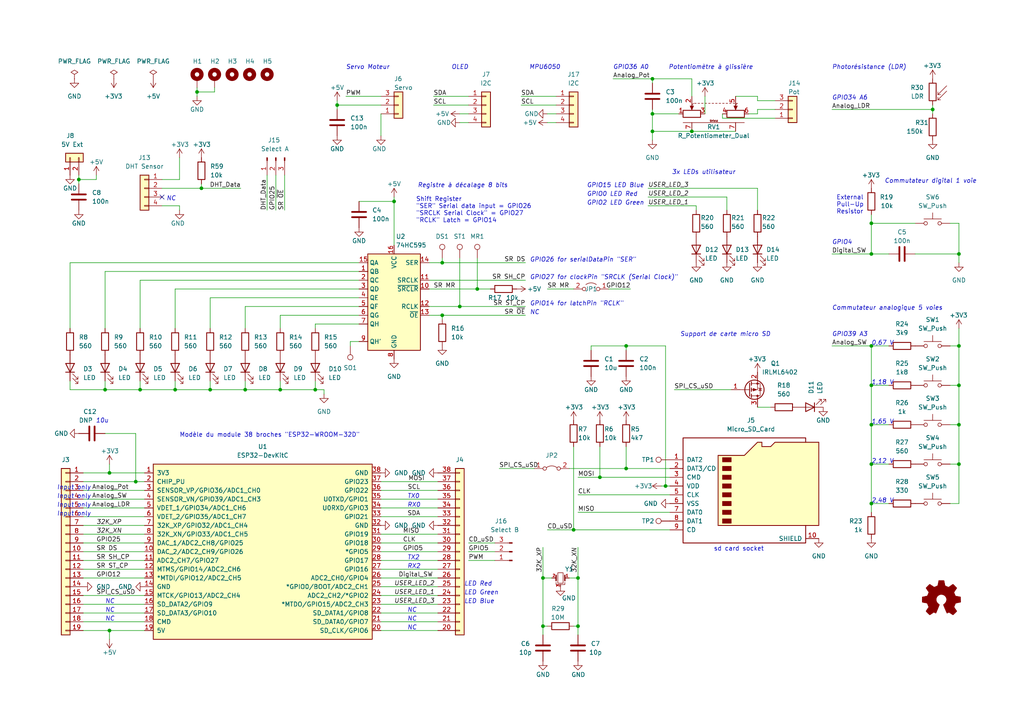
<source format=kicad_sch>
(kicad_sch (version 20211123) (generator eeschema)
  (paper "A4")
  (title_block (title "ESP32 Demo board") (date "2022-12-21") (rev "1.0.0") (company "FabLab") (comment 2 "arnauld.biganzoli@gmail.com") (comment 3 "Arnauld BIGANZOLI") (comment 4 "Design by"))
  (lib_symbols
    (symbol "74xx:74HC595"
      (property "Reference" "U" (at -7.62 13.97 0))
      (property "Value" "74HC595" (at -7.62 -16.51 0))
      (symbol "74HC595_1_0"
        (pin tri_state line (at 10.16 7.62 180) (length 2.54) (name "QB") (number "1"))
        (pin input line (at -10.16 2.54 0) (length 2.54) (name "~{SRCLR}") (number "10"))
        (pin input line (at -10.16 5.08 0) (length 2.54) (name "SRCLK") (number "11"))
        (pin input line (at -10.16 -2.54 0) (length 2.54) (name "RCLK") (number "12"))
        (pin input line (at -10.16 -5.08 0) (length 2.54) (name "~{OE}") (number "13"))
        (pin input line (at -10.16 10.16 0) (length 2.54) (name "SER") (number "14"))
        (pin tri_state line (at 10.16 10.16 180) (length 2.54) (name "QA") (number "15"))
        (pin power_in line (at 0 15.24 270) (length 2.54) (name "VCC") (number "16"))
        (pin tri_state line (at 10.16 5.08 180) (length 2.54) (name "QC") (number "2"))
        (pin tri_state line (at 10.16 2.54 180) (length 2.54) (name "QD") (number "3"))
        (pin tri_state line (at 10.16 0 180) (length 2.54) (name "QE") (number "4"))
        (pin tri_state line (at 10.16 -2.54 180) (length 2.54) (name "QF") (number "5"))
        (pin tri_state line (at 10.16 -5.08 180) (length 2.54) (name "QG") (number "6"))
        (pin tri_state line (at 10.16 -7.62 180) (length 2.54) (name "QH") (number "7"))
        (pin power_in line (at 0 -17.78 90) (length 2.54) (name "GND") (number "8"))
        (pin output line (at 10.16 -12.7 180) (length 2.54) (name "QH'") (number "9"))
      )
    )
    (symbol "Conn_01x19_1" (pin_names (offset 1.016) hide)
      (property "Reference" "J?" (at 0 29.21 0))
      (property "Value" "Conn_01x19" (at 0 26.67 0))
      (symbol "Conn_01x19_1_1_1"
        (pin passive line (at -6.35 22.86 0) (length 5.08) (name "20") (number "20"))
        (pin passive line (at -6.35 20.32 0) (length 5.08) (name "21") (number "21"))
        (pin passive line (at -6.35 17.78 0) (length 5.08) (name "22") (number "22"))
        (pin passive line (at -6.35 15.24 0) (length 5.08) (name "23") (number "23"))
        (pin passive line (at -6.35 12.7 0) (length 5.08) (name "24") (number "24"))
        (pin passive line (at -6.35 10.16 0) (length 5.08) (name "25") (number "25"))
        (pin passive line (at -6.35 7.62 0) (length 5.08) (name "26") (number "26"))
        (pin passive line (at -6.35 5.08 0) (length 5.08) (name "27") (number "27"))
        (pin passive line (at -6.35 2.54 0) (length 5.08) (name "28") (number "28"))
        (pin passive line (at -6.35 0 0) (length 5.08) (name "29") (number "29"))
        (pin passive line (at -6.35 -2.54 0) (length 5.08) (name "30") (number "30"))
        (pin passive line (at -6.35 -5.08 0) (length 5.08) (name "31") (number "31"))
        (pin passive line (at -6.35 -7.62 0) (length 5.08) (name "32") (number "32"))
        (pin passive line (at -6.35 -10.16 0) (length 5.08) (name "33") (number "33"))
        (pin passive line (at -6.35 -12.7 0) (length 5.08) (name "34") (number "34"))
        (pin passive line (at -6.35 -15.24 0) (length 5.08) (name "35") (number "35"))
        (pin passive line (at -6.35 -17.78 0) (length 5.08) (name "36") (number "36"))
        (pin passive line (at -6.35 -20.32 0) (length 5.08) (name "37") (number "37"))
        (pin passive line (at -6.35 -22.86 0) (length 5.08) (name "38") (number "38"))
      )
    )
    (symbol "Connector:Conn_01x03_Male" (pin_names (offset 1.016) hide)
      (property "Reference" "J" (at 0 5.08 0))
      (property "Value" "Conn_01x03_Male" (at 0 -5.08 0))
      (symbol "Conn_01x03_Male_1_1"
        (pin passive line (at 5.08 2.54 180) (length 3.81) (name "Pin_1") (number "1"))
        (pin passive line (at 5.08 0 180) (length 3.81) (name "Pin_2") (number "2"))
        (pin passive line (at 5.08 -2.54 180) (length 3.81) (name "Pin_3") (number "3"))
      )
    )
    (symbol "Connector:Micro_SD_Card" (pin_names (offset 1.016))
      (property "Reference" "J5" (at 0.635 19.05 0))
      (property "Value" "Micro_SD_Card" (at 0.635 16.51 0))
      (symbol "Micro_SD_Card_1_1"
        (pin bidirectional line (at -22.86 7.62 0) (length 3.81) (name "DAT2") (number "1"))
        (pin passive line (at 20.32 -15.24 180) (length 3.81) (name "SHIELD") (number "10"))
        (pin bidirectional line (at -22.86 5.08 0) (length 3.81) (name "DAT3/CD") (number "2"))
        (pin input line (at -22.86 2.54 0) (length 3.81) (name "CMD") (number "3"))
        (pin power_in line (at -22.86 0 0) (length 3.81) (name "VDD") (number "4"))
        (pin input line (at -22.86 -2.54 0) (length 3.81) (name "CLK") (number "5"))
        (pin power_in line (at -22.86 -5.08 0) (length 3.81) (name "VSS") (number "6"))
        (pin bidirectional line (at -22.86 -7.62 0) (length 3.81) (name "DAT0") (number "7"))
        (pin bidirectional line (at -22.86 -10.16 0) (length 3.81) (name "DAT1") (number "8"))
        (pin passive line (at -22.86 -12.7 0) (length 3.81) (name "CD") (number "9"))
      )
    )
    (symbol "Connector:TestPoint" (pin_numbers hide) (pin_names (offset 0.762) hide)
      (property "Reference" "TP" (at 0 6.858 0))
      (property "Value" "TestPoint" (at 0 5.08 0))
      (symbol "TestPoint_1_1"
        (pin passive line (at 0 0 90) (length 2.54) (name "1") (number "1"))
      )
    )
    (symbol "Connector_Generic:Conn_01x02" (pin_names (offset 1.016) hide)
      (property "Reference" "J" (at 0 2.54 0))
      (property "Value" "Conn_01x02" (at 0 -5.08 0))
      (symbol "Conn_01x02_1_1"
        (pin passive line (at -5.08 0 0) (length 3.81) (name "Pin_1") (number "1"))
        (pin passive line (at -5.08 -2.54 0) (length 3.81) (name "Pin_2") (number "2"))
      )
    )
    (symbol "Connector_Generic:Conn_01x03" (pin_names (offset 1.016) hide)
      (property "Reference" "J" (at 0 5.08 0))
      (property "Value" "Conn_01x03" (at 0 -5.08 0))
      (symbol "Conn_01x03_1_1"
        (pin passive line (at -5.08 2.54 0) (length 3.81) (name "Pin_1") (number "1"))
        (pin passive line (at -5.08 0 0) (length 3.81) (name "Pin_2") (number "2"))
        (pin passive line (at -5.08 -2.54 0) (length 3.81) (name "Pin_3") (number "3"))
      )
    )
    (symbol "Connector_Generic:Conn_01x04" (pin_names (offset 1.016) hide)
      (property "Reference" "J" (at 0 5.08 0))
      (property "Value" "Conn_01x04" (at 0 -7.62 0))
      (symbol "Conn_01x04_1_1"
        (pin passive line (at -5.08 2.54 0) (length 3.81) (name "Pin_1") (number "1"))
        (pin passive line (at -5.08 0 0) (length 3.81) (name "Pin_2") (number "2"))
        (pin passive line (at -5.08 -2.54 0) (length 3.81) (name "Pin_3") (number "3"))
        (pin passive line (at -5.08 -5.08 0) (length 3.81) (name "Pin_4") (number "4"))
      )
    )
    (symbol "Connector_Generic:Conn_01x19" (pin_names (offset 1.016) hide)
      (property "Reference" "J" (at 0 25.4 0))
      (property "Value" "Conn_01x19" (at 0 -25.4 0))
      (symbol "Conn_01x19_1_1"
        (pin passive line (at -5.08 22.86 0) (length 3.81) (name "Pin_1") (number "1"))
        (pin passive line (at -5.08 0 0) (length 3.81) (name "Pin_10") (number "10"))
        (pin passive line (at -5.08 -2.54 0) (length 3.81) (name "Pin_11") (number "11"))
        (pin passive line (at -5.08 -5.08 0) (length 3.81) (name "Pin_12") (number "12"))
        (pin passive line (at -5.08 -7.62 0) (length 3.81) (name "Pin_13") (number "13"))
        (pin passive line (at -5.08 -10.16 0) (length 3.81) (name "Pin_14") (number "14"))
        (pin passive line (at -5.08 -12.7 0) (length 3.81) (name "Pin_15") (number "15"))
        (pin passive line (at -5.08 -15.24 0) (length 3.81) (name "Pin_16") (number "16"))
        (pin passive line (at -5.08 -17.78 0) (length 3.81) (name "Pin_17") (number "17"))
        (pin passive line (at -5.08 -20.32 0) (length 3.81) (name "Pin_18") (number "18"))
        (pin passive line (at -5.08 -22.86 0) (length 3.81) (name "Pin_19") (number "19"))
        (pin passive line (at -5.08 20.32 0) (length 3.81) (name "Pin_2") (number "2"))
        (pin passive line (at -5.08 17.78 0) (length 3.81) (name "Pin_3") (number "3"))
        (pin passive line (at -5.08 15.24 0) (length 3.81) (name "Pin_4") (number "4"))
        (pin passive line (at -5.08 12.7 0) (length 3.81) (name "Pin_5") (number "5"))
        (pin passive line (at -5.08 10.16 0) (length 3.81) (name "Pin_6") (number "6"))
        (pin passive line (at -5.08 7.62 0) (length 3.81) (name "Pin_7") (number "7"))
        (pin passive line (at -5.08 5.08 0) (length 3.81) (name "Pin_8") (number "8"))
        (pin passive line (at -5.08 2.54 0) (length 3.81) (name "Pin_9") (number "9"))
      )
    )
    (symbol "Device:C" (pin_numbers hide) (pin_names (offset 0.254))
      (property "Reference" "C" (at 0.635 2.54 0))
      (property "Value" "C" (at 0.635 -2.54 0))
      (symbol "C_1_1"
        (pin passive line (at 0 3.81 270) (length 2.794) (name "~") (number "1"))
        (pin passive line (at 0 -3.81 90) (length 2.794) (name "~") (number "2"))
      )
    )
    (symbol "Device:Crystal_GND3_Small" (pin_names (offset 1.016) hide)
      (property "Reference" "Y" (at 0 5.08 0))
      (property "Value" "Crystal_GND3_Small" (at 0 3.175 0))
      (symbol "Crystal_GND3_Small_1_1"
        (pin passive line (at -2.54 0 0) (length 1.27) (name "1") (number "1"))
        (pin passive line (at 2.54 0 180) (length 1.27) (name "2") (number "2"))
        (pin passive line (at 0 -2.54 90) (length 0.635) (name "3") (number "3"))
      )
    )
    (symbol "Device:LED" (pin_numbers hide) (pin_names (offset 1.016) hide)
      (property "Reference" "D" (at 0 2.54 0))
      (property "Value" "LED" (at 0 -2.54 0))
      (symbol "LED_1_1"
        (pin passive line (at -3.81 0 0) (length 2.54) (name "K") (number "1"))
        (pin passive line (at 3.81 0 180) (length 2.54) (name "A") (number "2"))
      )
    )
    (symbol "Device:R" (pin_numbers hide) (pin_names (offset 0))
      (property "Reference" "R" (at 2.032 0 90))
      (property "Value" "R" (at 0 0 90))
      (symbol "R_1_1"
        (pin passive line (at 0 3.81 270) (length 1.27) (name "~") (number "1"))
        (pin passive line (at 0 -3.81 90) (length 1.27) (name "~") (number "2"))
      )
    )
    (symbol "Device:R_Potentiometer_Dual" (pin_names (offset 1.016) hide)
      (property "Reference" "RV1" (at 0 -6.35 0))
      (property "Value" "R_Potentiometer_Dual" (at 0 -8.89 0))
      (symbol "R_Potentiometer_Dual_0_0"
        (text "Shield" (at 0.0309 -4.5678 0) (effects (font (size 0.508 0.508))))
      )
      (symbol "R_Potentiometer_Dual_1_1"
        (pin passive line (at -10.16 -2.54 0) (length 1.27) (name "1") (number "1"))
        (pin passive line (at -6.35 2.54 270) (length 2.54) (name "2") (number "2"))
        (pin passive line (at -2.54 -2.54 180) (length 1.27) (name "3") (number "3"))
        (pin passive line (at 2.54 -2.54 0) (length 1.27) (name "4") (number "4"))
        (pin passive line (at 6.35 2.54 270) (length 2.54) (name "5") (number "5"))
        (pin passive line (at 10.16 -2.54 180) (length 1.27) (name "6") (number "6"))
        (pin passive line (at -6.35 -7.62 90) (length 2.54) (name "Shield") (number "7"))
        (pin passive line (at 6.35 -7.62 90) (length 2.54) (name "Shield") (number "7"))
      )
    )
    (symbol "Espressif:ESP32-DevKitC" (pin_names (offset 1.016))
      (property "Reference" "U" (at -30.48 30.48 0))
      (property "Value" "ESP32-DevKitC" (at -30.48 27.94 0))
      (symbol "ESP32-DevKitC_0_0"
        (pin power_in line (at -33.02 -10.16 0) (length 2.54) (name "GND") (number "14"))
        (pin power_in line (at -33.02 -22.86 0) (length 2.54) (name "5V") (number "19"))
      )
      (symbol "ESP32-DevKitC_1_1"
        (pin power_in line (at -33.02 22.86 0) (length 2.54) (name "3V3") (number "1"))
        (pin bidirectional line (at -33.02 0 0) (length 2.54) (name "DAC_2/ADC2_CH9/GPIO26") (number "10"))
        (pin bidirectional line (at -33.02 -2.54 0) (length 2.54) (name "ADC2_CH7/GPIO27") (number "11"))
        (pin bidirectional line (at -33.02 -5.08 0) (length 2.54) (name "MTMS/GPIO14/ADC2_CH6") (number "12"))
        (pin bidirectional line (at -33.02 -7.62 0) (length 2.54) (name "*MTDI/GPIO12/ADC2_CH5") (number "13"))
        (pin bidirectional line (at -33.02 -12.7 0) (length 2.54) (name "MTCK/GPIO13/ADC2_CH4") (number "15"))
        (pin bidirectional line (at -33.02 -15.24 0) (length 2.54) (name "SD_DATA2/GPIO9") (number "16"))
        (pin bidirectional line (at -33.02 -17.78 0) (length 2.54) (name "SD_DATA3/GPIO10") (number "17"))
        (pin bidirectional line (at -33.02 -20.32 0) (length 2.54) (name "CMD") (number "18"))
        (pin input line (at -33.02 20.32 0) (length 2.54) (name "CHIP_PU") (number "2"))
        (pin bidirectional line (at 35.56 -22.86 180) (length 2.54) (name "SD_CLK/GPIO6") (number "20"))
        (pin bidirectional line (at 35.56 -20.32 180) (length 2.54) (name "SD_DATA0/GPIO7") (number "21"))
        (pin bidirectional line (at 35.56 -17.78 180) (length 2.54) (name "SD_DATA1/GPIO8") (number "22"))
        (pin bidirectional line (at 35.56 -15.24 180) (length 2.54) (name "*MTDO/GPIO15/ADC2_CH3") (number "23"))
        (pin bidirectional line (at 35.56 -12.7 180) (length 2.54) (name "ADC2_CH2/*GPIO2") (number "24"))
        (pin bidirectional line (at 35.56 -10.16 180) (length 2.54) (name "*GPIO0/BOOT/ADC2_CH1") (number "25"))
        (pin bidirectional line (at 35.56 -7.62 180) (length 2.54) (name "ADC2_CH0/GPIO4") (number "26"))
        (pin bidirectional line (at 35.56 -5.08 180) (length 2.54) (name "GPIO16") (number "27"))
        (pin bidirectional line (at 35.56 -2.54 180) (length 2.54) (name "GPIO17") (number "28"))
        (pin bidirectional line (at 35.56 0 180) (length 2.54) (name "*GPIO5") (number "29"))
        (pin input line (at -33.02 17.78 0) (length 2.54) (name "SENSOR_VP/GPIO36/ADC1_CH0") (number "3"))
        (pin bidirectional line (at 35.56 2.54 180) (length 2.54) (name "GPIO18") (number "30"))
        (pin bidirectional line (at 35.56 5.08 180) (length 2.54) (name "GPIO19") (number "31"))
        (pin power_in line (at 35.56 7.62 180) (length 2.54) (name "GND") (number "32"))
        (pin bidirectional line (at 35.56 10.16 180) (length 2.54) (name "GPIO21") (number "33"))
        (pin bidirectional line (at 35.56 12.7 180) (length 2.54) (name "U0RXD/GPIO3") (number "34"))
        (pin bidirectional line (at 35.56 15.24 180) (length 2.54) (name "U0TXD/GPIO1") (number "35"))
        (pin bidirectional line (at 35.56 17.78 180) (length 2.54) (name "GPIO22") (number "36"))
        (pin bidirectional line (at 35.56 20.32 180) (length 2.54) (name "GPIO23") (number "37"))
        (pin power_in line (at 35.56 22.86 180) (length 2.54) (name "GND") (number "38"))
        (pin input line (at -33.02 15.24 0) (length 2.54) (name "SENSOR_VN/GPIO39/ADC1_CH3") (number "4"))
        (pin input line (at -33.02 12.7 0) (length 2.54) (name "VDET_1/GPIO34/ADC1_CH6") (number "5"))
        (pin input line (at -33.02 10.16 0) (length 2.54) (name "VDET_2/GPIO35/ADC1_CH7") (number "6"))
        (pin bidirectional line (at -33.02 7.62 0) (length 2.54) (name "32K_XP/GPIO32/ADC1_CH4") (number "7"))
        (pin bidirectional line (at -33.02 5.08 0) (length 2.54) (name "32K_XN/GPIO33/ADC1_CH5") (number "8"))
        (pin bidirectional line (at -33.02 2.54 0) (length 2.54) (name "DAC_1/ADC2_CH8/GPIO25") (number "9"))
      )
    )
    (symbol "Graphic:Logo_Open_Hardware_Small" (pin_names (offset 1.016)))
    (symbol "Jumper:Jumper_2_Bridged" (pin_names (offset 0) hide)
      (property "Reference" "JP" (at 0 1.905 0))
      (property "Value" "Jumper_2_Bridged" (at 0 -2.54 0))
      (symbol "Jumper_2_Bridged_1_1"
        (pin passive line (at -5.08 0 0) (length 2.54) (name "A") (number "1"))
        (pin passive line (at 5.08 0 180) (length 2.54) (name "B") (number "2"))
      )
    )
    (symbol "Jumper:Jumper_2_Open" (pin_names (offset 0) hide)
      (property "Reference" "JP" (at 0 2.794 0))
      (property "Value" "Jumper_2_Open" (at 0 -2.286 0))
      (symbol "Jumper_2_Open_1_1"
        (pin passive line (at -5.08 0 0) (length 2.54) (name "A") (number "1"))
        (pin passive line (at 5.08 0 180) (length 2.54) (name "B") (number "2"))
      )
    )
    (symbol "Mechanical:MountingHole" (pin_names (offset 1.016))
      (property "Reference" "H" (at 0 5.08 0))
      (property "Value" "MountingHole" (at 0 3.175 0))
    )
    (symbol "Mechanical:MountingHole_Pad" (pin_numbers hide) (pin_names (offset 1.016) hide)
      (property "Reference" "H" (at 0 6.35 0))
      (property "Value" "MountingHole_Pad" (at 0 4.445 0))
      (symbol "MountingHole_Pad_1_1"
        (pin input line (at 0 -2.54 90) (length 2.54) (name "1") (number "1"))
      )
    )
    (symbol "Sensor_Optical:LDR07" (pin_numbers hide) (pin_names (offset 0))
      (property "Reference" "R" (at -5.08 0 90))
      (property "Value" "LDR07" (at 1.905 0 90))
      (symbol "LDR07_1_1"
        (pin passive line (at 0 3.81 270) (length 1.27) (name "~") (number "1"))
        (pin passive line (at 0 -3.81 90) (length 1.27) (name "~") (number "2"))
      )
    )
    (symbol "Switch:SW_Push" (pin_numbers hide) (pin_names (offset 1.016) hide)
      (property "Reference" "SW" (at 1.27 2.54 0))
      (property "Value" "SW_Push" (at 0 -1.524 0))
      (symbol "SW_Push_0_1"
        (pin passive line (at -5.08 0 0) (length 2.54) (name "1") (number "1"))
        (pin passive line (at 5.08 0 180) (length 2.54) (name "2") (number "2"))
      )
    )
    (symbol "Transistor_FET:IRLML6402" (pin_names hide)
      (property "Reference" "Q" (at 5.08 1.905 0))
      (property "Value" "IRLML6402" (at 5.08 0 0))
      (symbol "IRLML6402_1_1"
        (pin input line (at -5.08 0 0) (length 2.54) (name "G") (number "1"))
        (pin passive line (at 2.54 -5.08 90) (length 2.54) (name "S") (number "2"))
        (pin passive line (at 2.54 5.08 270) (length 2.54) (name "D") (number "3"))
      )
    )
    (symbol "power:+3V3" (power) (pin_names (offset 0))
      (property "Value" "+3V3" (at 0 3.556 0))
      (symbol "+3V3_1_1"
        (pin power_in line (at 0 0 90) (length 0) hide (name "+3V3") (number "1"))
      )
    )
    (symbol "power:+5V" (power) (pin_names (offset 0))
      (property "Value" "+5V" (at 0 3.556 0))
      (symbol "+5V_1_1"
        (pin power_in line (at 0 0 90) (length 0) hide (name "+5V") (number "1"))
      )
    )
    (symbol "power:GND" (power) (pin_names (offset 0))
      (property "Value" "GND" (at 0 -3.81 0))
      (symbol "GND_1_1"
        (pin power_in line (at 0 0 270) (length 0) hide (name "GND") (number "1"))
      )
    )
    (symbol "power:PWR_FLAG" (power) (pin_numbers hide) (pin_names (offset 0) hide)
      (property "Value" "PWR_FLAG" (at 0 3.81 0))
      (symbol "PWR_FLAG_0_0"
        (pin power_out line (at 0 0 90) (length 0) (name "pwr") (number "1"))
      )
    )
  )
  (junction (at 252.73 123.19))
  (junction (at 252.73 134.62))
  (junction (at 200.66 38.1))
  (junction (at 252.73 73.66))
  (junction (at 97.79 30.48))
  (junction (at 133.35 88.9))
  (junction (at 157.48 167.64))
  (junction (at 167.64 167.64))
  (junction (at 278.13 73.66))
  (junction (at 252.73 111.76))
  (junction (at 31.75 182.88))
  (junction (at 189.23 33.02))
  (junction (at 181.61 100.33))
  (junction (at 81.28 113.03))
  (junction (at 138.43 83.82))
  (junction (at 50.8 113.03))
  (junction (at 128.27 91.44))
  (junction (at 57.15 26.67))
  (junction (at 58.42 54.61))
  (junction (at 173.99 138.43))
  (junction (at 157.48 181.61))
  (junction (at 278.13 123.19))
  (junction (at 252.73 146.05))
  (junction (at 189.23 22.86))
  (junction (at 114.3 58.42))
  (junction (at 71.12 113.03))
  (junction (at 278.13 111.76))
  (junction (at 91.44 113.03))
  (junction (at 128.27 76.2))
  (junction (at 60.96 113.03))
  (junction (at 193.04 140.97))
  (junction (at 270.51 31.75))
  (junction (at 167.64 181.61))
  (junction (at 30.48 113.03))
  (junction (at 189.23 38.1))
  (junction (at 40.64 113.03))
  (junction (at 22.86 52.07))
  (junction (at 181.61 135.89))
  (junction (at 39.37 139.7))
  (junction (at 278.13 134.62))
  (junction (at 278.13 100.33))
  (junction (at 252.73 100.33))
  (junction (at 166.37 153.67))
  (junction (at 31.75 137.16))
  (junction (at 252.73 64.77))
  (no_connect (at 46.99 57.15))
  (wire (pts (xy 91.44 113.03) (xy 93.98 113.03)))
  (wire (pts (xy 104.14 86.36) (xy 60.96 86.36)))
  (wire (pts (xy 127 177.8) (xy 110.49 177.8)))
  (wire (pts (xy 181.61 100.33) (xy 181.61 101.6)))
  (wire (pts (xy 278.13 95.25) (xy 278.13 100.33)))
  (wire (pts (xy 252.73 100.33) (xy 241.3 100.33)))
  (wire (pts (xy 275.59 134.62) (xy 278.13 134.62)))
  (wire (pts (xy 135.89 35.56) (xy 133.35 35.56)))
  (wire (pts (xy 167.64 143.51) (xy 194.31 143.51)))
  (wire (pts (xy 104.14 81.28) (xy 40.64 81.28)))
  (wire (pts (xy 104.14 78.74) (xy 30.48 78.74)))
  (wire (pts (xy 278.13 64.77) (xy 278.13 73.66)))
  (wire (pts (xy 252.73 73.66) (xy 241.3 73.66)))
  (wire (pts (xy 52.07 52.07) (xy 52.07 45.72)))
  (wire (pts (xy 138.43 74.93) (xy 138.43 83.82)))
  (wire (pts (xy 275.59 123.19) (xy 278.13 123.19)))
  (wire (pts (xy 127 147.32) (xy 110.49 147.32)))
  (wire (pts (xy 24.13 157.48) (xy 41.91 157.48)))
  (wire (pts (xy 252.73 100.33) (xy 257.81 100.33)))
  (wire (pts (xy 181.61 100.33) (xy 193.04 100.33)))
  (wire (pts (xy 57.15 25.4) (xy 57.15 26.67)))
  (wire (pts (xy 181.61 135.89) (xy 194.31 135.89)))
  (wire (pts (xy 278.13 73.66) (xy 265.43 73.66)))
  (wire (pts (xy 224.79 29.21) (xy 219.71 29.21)))
  (wire (pts (xy 104.14 76.2) (xy 20.32 76.2)))
  (wire (pts (xy 104.14 88.9) (xy 71.12 88.9)))
  (wire (pts (xy 24.13 162.56) (xy 41.91 162.56)))
  (wire (pts (xy 77.47 60.96) (xy 77.47 50.8)))
  (wire (pts (xy 30.48 125.73) (xy 39.37 125.73)))
  (wire (pts (xy 127 160.02) (xy 110.49 160.02)))
  (wire (pts (xy 27.94 50.8) (xy 27.94 52.07)))
  (wire (pts (xy 127 149.86) (xy 110.49 149.86)))
  (wire (pts (xy 157.48 167.64) (xy 157.48 181.61)))
  (wire (pts (xy 191.77 140.97) (xy 193.04 140.97)))
  (wire (pts (xy 71.12 110.49) (xy 71.12 113.03)))
  (wire (pts (xy 24.13 147.32) (xy 41.91 147.32)))
  (wire (pts (xy 127 157.48) (xy 110.49 157.48)))
  (wire (pts (xy 270.51 31.75) (xy 241.3 31.75)))
  (wire (pts (xy 82.55 60.96) (xy 82.55 50.8)))
  (wire (pts (xy 91.44 95.25) (xy 91.44 93.98)))
  (wire (pts (xy 270.51 31.75) (xy 270.51 33.02)))
  (wire (pts (xy 275.59 64.77) (xy 278.13 64.77)))
  (wire (pts (xy 133.35 88.9) (xy 133.35 74.93)))
  (wire (pts (xy 124.46 76.2) (xy 128.27 76.2)))
  (wire (pts (xy 158.75 153.67) (xy 166.37 153.67)))
  (wire (pts (xy 165.1 135.89) (xy 181.61 135.89)))
  (wire (pts (xy 252.73 64.77) (xy 252.73 73.66)))
  (wire (pts (xy 219.71 31.75) (xy 219.71 33.02)))
  (wire (pts (xy 275.59 146.05) (xy 278.13 146.05)))
  (wire (pts (xy 157.48 167.64) (xy 157.48 158.75)))
  (wire (pts (xy 24.13 139.7) (xy 39.37 139.7)))
  (wire (pts (xy 40.64 81.28) (xy 40.64 95.25)))
  (wire (pts (xy 81.28 91.44) (xy 81.28 95.25)))
  (wire (pts (xy 128.27 91.44) (xy 152.4 91.44)))
  (wire (pts (xy 40.64 110.49) (xy 40.64 113.03)))
  (wire (pts (xy 30.48 113.03) (xy 40.64 113.03)))
  (wire (pts (xy 219.71 33.02) (xy 217.17 33.02)))
  (wire (pts (xy 204.47 27.94) (xy 204.47 33.02)))
  (wire (pts (xy 127 182.88) (xy 110.49 182.88)))
  (wire (pts (xy 91.44 110.49) (xy 91.44 113.03)))
  (wire (pts (xy 252.73 134.62) (xy 257.81 134.62)))
  (wire (pts (xy 157.48 184.15) (xy 157.48 181.61)))
  (wire (pts (xy 71.12 88.9) (xy 71.12 95.25)))
  (wire (pts (xy 157.48 167.64) (xy 160.02 167.64)))
  (wire (pts (xy 22.86 52.07) (xy 22.86 53.34)))
  (wire (pts (xy 196.85 33.02) (xy 189.23 33.02)))
  (wire (pts (xy 252.73 111.76) (xy 257.81 111.76)))
  (wire (pts (xy 173.99 129.54) (xy 173.99 138.43)))
  (wire (pts (xy 100.33 27.94) (xy 110.49 27.94)))
  (wire (pts (xy 114.3 58.42) (xy 114.3 71.12)))
  (wire (pts (xy 189.23 38.1) (xy 189.23 40.64)))
  (wire (pts (xy 200.66 22.86) (xy 189.23 22.86)))
  (wire (pts (xy 158.75 35.56) (xy 161.29 35.56)))
  (wire (pts (xy 60.96 86.36) (xy 60.96 95.25)))
  (wire (pts (xy 209.55 34.29) (xy 224.79 34.29)))
  (wire (pts (xy 135.89 157.48) (xy 143.51 157.48)))
  (wire (pts (xy 24.13 154.94) (xy 41.91 154.94)))
  (wire (pts (xy 24.13 167.64) (xy 41.91 167.64)))
  (wire (pts (xy 189.23 22.86) (xy 177.8 22.86)))
  (wire (pts (xy 39.37 139.7) (xy 41.91 139.7)))
  (wire (pts (xy 210.82 60.96) (xy 210.82 57.15)))
  (wire (pts (xy 24.13 175.26) (xy 41.91 175.26)))
  (wire (pts (xy 50.8 113.03) (xy 60.96 113.03)))
  (wire (pts (xy 270.51 30.48) (xy 270.51 31.75)))
  (wire (pts (xy 187.96 57.15) (xy 210.82 57.15)))
  (wire (pts (xy 124.46 91.44) (xy 128.27 91.44)))
  (wire (pts (xy 167.64 184.15) (xy 167.64 181.61)))
  (wire (pts (xy 24.13 142.24) (xy 41.91 142.24)))
  (wire (pts (xy 24.13 180.34) (xy 41.91 180.34)))
  (wire (pts (xy 91.44 93.98) (xy 104.14 93.98)))
  (wire (pts (xy 158.75 33.02) (xy 161.29 33.02)))
  (wire (pts (xy 135.89 33.02) (xy 133.35 33.02)))
  (wire (pts (xy 252.73 62.23) (xy 252.73 64.77)))
  (wire (pts (xy 135.89 160.02) (xy 143.51 160.02)))
  (wire (pts (xy 24.13 182.88) (xy 31.75 182.88)))
  (wire (pts (xy 101.6 99.06) (xy 101.6 100.33)))
  (wire (pts (xy 193.04 100.33) (xy 193.04 140.97)))
  (wire (pts (xy 189.23 31.75) (xy 189.23 33.02)))
  (wire (pts (xy 20.32 76.2) (xy 20.32 95.25)))
  (wire (pts (xy 114.3 57.15) (xy 114.3 58.42)))
  (wire (pts (xy 50.8 110.49) (xy 50.8 113.03)))
  (wire (pts (xy 219.71 60.96) (xy 219.71 54.61)))
  (wire (pts (xy 62.23 25.4) (xy 62.23 26.67)))
  (wire (pts (xy 278.13 111.76) (xy 278.13 123.19)))
  (wire (pts (xy 278.13 73.66) (xy 278.13 76.2)))
  (wire (pts (xy 104.14 99.06) (xy 101.6 99.06)))
  (wire (pts (xy 200.66 27.94) (xy 200.66 22.86)))
  (wire (pts (xy 31.75 134.62) (xy 31.75 137.16)))
  (wire (pts (xy 24.13 160.02) (xy 41.91 160.02)))
  (wire (pts (xy 187.96 54.61) (xy 219.71 54.61)))
  (wire (pts (xy 31.75 137.16) (xy 41.91 137.16)))
  (wire (pts (xy 195.58 113.03) (xy 212.09 113.03)))
  (wire (pts (xy 30.48 110.49) (xy 30.48 113.03)))
  (wire (pts (xy 252.73 100.33) (xy 252.73 111.76)))
  (wire (pts (xy 135.89 162.56) (xy 143.51 162.56)))
  (wire (pts (xy 127 144.78) (xy 110.49 144.78)))
  (wire (pts (xy 127 170.18) (xy 110.49 170.18)))
  (wire (pts (xy 97.79 29.21) (xy 97.79 30.48)))
  (wire (pts (xy 24.13 165.1) (xy 41.91 165.1)))
  (wire (pts (xy 104.14 58.42) (xy 114.3 58.42)))
  (wire (pts (xy 93.98 113.03) (xy 93.98 114.3)))
  (wire (pts (xy 278.13 123.19) (xy 278.13 134.62)))
  (wire (pts (xy 46.99 59.69) (xy 52.07 59.69)))
  (wire (pts (xy 80.01 60.96) (xy 80.01 50.8)))
  (wire (pts (xy 127 175.26) (xy 110.49 175.26)))
  (wire (pts (xy 161.29 27.94) (xy 151.13 27.94)))
  (wire (pts (xy 158.75 83.82) (xy 166.37 83.82)))
  (wire (pts (xy 20.32 110.49) (xy 20.32 113.03)))
  (wire (pts (xy 50.8 83.82) (xy 50.8 95.25)))
  (wire (pts (xy 127 142.24) (xy 110.49 142.24)))
  (wire (pts (xy 40.64 113.03) (xy 50.8 113.03)))
  (wire (pts (xy 128.27 76.2) (xy 152.4 76.2)))
  (wire (pts (xy 200.66 38.1) (xy 213.36 38.1)))
  (wire (pts (xy 128.27 91.44) (xy 128.27 92.71)))
  (wire (pts (xy 189.23 33.02) (xy 189.23 38.1)))
  (wire (pts (xy 171.45 101.6) (xy 171.45 100.33)))
  (wire (pts (xy 144.78 135.89) (xy 154.94 135.89)))
  (wire (pts (xy 46.99 54.61) (xy 58.42 54.61)))
  (wire (pts (xy 81.28 113.03) (xy 91.44 113.03)))
  (wire (pts (xy 252.73 123.19) (xy 257.81 123.19)))
  (wire (pts (xy 252.73 134.62) (xy 252.73 146.05)))
  (wire (pts (xy 127 162.56) (xy 110.49 162.56)))
  (wire (pts (xy 31.75 182.88) (xy 31.75 185.42)))
  (wire (pts (xy 252.73 146.05) (xy 257.81 146.05)))
  (wire (pts (xy 127 167.64) (xy 110.49 167.64)))
  (wire (pts (xy 157.48 181.61) (xy 158.75 181.61)))
  (wire (pts (xy 167.64 148.59) (xy 194.31 148.59)))
  (wire (pts (xy 165.1 167.64) (xy 167.64 167.64)))
  (wire (pts (xy 171.45 100.33) (xy 181.61 100.33)))
  (wire (pts (xy 187.96 59.69) (xy 201.93 59.69)))
  (wire (pts (xy 62.23 26.67) (xy 57.15 26.67)))
  (wire (pts (xy 167.64 181.61) (xy 166.37 181.61)))
  (wire (pts (xy 252.73 123.19) (xy 252.73 134.62)))
  (wire (pts (xy 60.96 110.49) (xy 60.96 113.03)))
  (wire (pts (xy 224.79 31.75) (xy 219.71 31.75)))
  (wire (pts (xy 161.29 30.48) (xy 151.13 30.48)))
  (wire (pts (xy 104.14 83.82) (xy 50.8 83.82)))
  (wire (pts (xy 127 139.7) (xy 110.49 139.7)))
  (wire (pts (xy 252.73 146.05) (xy 252.73 148.59)))
  (wire (pts (xy 124.46 81.28) (xy 152.4 81.28)))
  (wire (pts (xy 182.88 83.82) (xy 176.53 83.82)))
  (wire (pts (xy 278.13 134.62) (xy 278.13 146.05)))
  (wire (pts (xy 252.73 64.77) (xy 265.43 64.77)))
  (wire (pts (xy 167.64 167.64) (xy 167.64 181.61)))
  (wire (pts (xy 24.13 172.72) (xy 41.91 172.72)))
  (wire (pts (xy 58.42 54.61) (xy 69.85 54.61)))
  (wire (pts (xy 22.86 50.8) (xy 22.86 52.07)))
  (wire (pts (xy 181.61 129.54) (xy 181.61 135.89)))
  (wire (pts (xy 31.75 182.88) (xy 41.91 182.88)))
  (wire (pts (xy 127 180.34) (xy 110.49 180.34)))
  (wire (pts (xy 167.64 138.43) (xy 173.99 138.43)))
  (wire (pts (xy 22.86 52.07) (xy 27.94 52.07)))
  (wire (pts (xy 219.71 29.21) (xy 219.71 27.94)))
  (wire (pts (xy 252.73 111.76) (xy 252.73 123.19)))
  (wire (pts (xy 24.13 144.78) (xy 41.91 144.78)))
  (wire (pts (xy 127 172.72) (xy 110.49 172.72)))
  (wire (pts (xy 60.96 113.03) (xy 71.12 113.03)))
  (wire (pts (xy 166.37 153.67) (xy 194.31 153.67)))
  (wire (pts (xy 278.13 100.33) (xy 278.13 111.76)))
  (wire (pts (xy 219.71 27.94) (xy 213.36 27.94)))
  (wire (pts (xy 166.37 129.54) (xy 166.37 153.67)))
  (wire (pts (xy 127 154.94) (xy 110.49 154.94)))
  (wire (pts (xy 193.04 140.97) (xy 194.31 140.97)))
  (wire (pts (xy 124.46 83.82) (xy 138.43 83.82)))
  (wire (pts (xy 135.89 30.48) (xy 125.73 30.48)))
  (wire (pts (xy 201.93 60.96) (xy 201.93 59.69)))
  (wire (pts (xy 81.28 110.49) (xy 81.28 113.03)))
  (wire (pts (xy 128.27 76.2) (xy 128.27 74.93)))
  (wire (pts (xy 30.48 78.74) (xy 30.48 95.25)))
  (wire (pts (xy 52.07 59.69) (xy 52.07 60.96)))
  (wire (pts (xy 58.42 53.34) (xy 58.42 54.61)))
  (wire (pts (xy 133.35 88.9) (xy 152.4 88.9)))
  (wire (pts (xy 20.32 113.03) (xy 30.48 113.03)))
  (wire (pts (xy 24.13 152.4) (xy 41.91 152.4)))
  (wire (pts (xy 46.99 52.07) (xy 52.07 52.07)))
  (wire (pts (xy 127 165.1) (xy 110.49 165.1)))
  (wire (pts (xy 138.43 83.82) (xy 142.24 83.82)))
  (wire (pts (xy 104.14 91.44) (xy 81.28 91.44)))
  (wire (pts (xy 275.59 111.76) (xy 278.13 111.76)))
  (wire (pts (xy 24.13 177.8) (xy 41.91 177.8)))
  (wire (pts (xy 223.52 118.11) (xy 219.71 118.11)))
  (wire (pts (xy 252.73 73.66) (xy 257.81 73.66)))
  (wire (pts (xy 173.99 138.43) (xy 194.31 138.43)))
  (wire (pts (xy 39.37 125.73) (xy 39.37 139.7)))
  (wire (pts (xy 97.79 30.48) (xy 110.49 30.48)))
  (wire (pts (xy 209.55 33.02) (xy 209.55 34.29)))
  (wire (pts (xy 124.46 88.9) (xy 133.35 88.9)))
  (wire (pts (xy 71.12 113.03) (xy 81.28 113.03)))
  (wire (pts (xy 24.13 137.16) (xy 31.75 137.16)))
  (wire (pts (xy 278.13 100.33) (xy 275.59 100.33)))
  (wire (pts (xy 97.79 30.48) (xy 97.79 31.75)))
  (wire (pts (xy 189.23 38.1) (xy 200.66 38.1)))
  (wire (pts (xy 24.13 149.86) (xy 41.91 149.86)))
  (wire (pts (xy 135.89 27.94) (xy 125.73 27.94)))
  (wire (pts (xy 57.15 26.67) (xy 57.15 27.94)))
  (wire (pts (xy 189.23 22.86) (xy 189.23 24.13)))
  (wire (pts (xy 167.64 167.64) (xy 167.64 158.75)))
  (wire (pts (xy 110.49 39.37) (xy 110.49 33.02)))
  (text "Shift Register\n\"SER\" Serial data input = GPIO26\n\"SRCLK Serial Clock\" = GPIO27\n\"RCLK\" Latch = GPIO14" (at 120.65 64.77 0) (effects (font (size 1.27 1.27)) (justify left bottom)))
  (text "Input only" (at 16.51 149.86 0) (effects (font (size 1.27 1.27) italic) (justify left bottom)))
  (text "Support de carte micro SD" (at 223.52 97.79 180) (effects (font (size 1.27 1.27) italic) (justify right bottom)))
  (text "OLED" (at 135.89 20.32 180) (effects (font (size 1.27 1.27) italic) (justify right bottom)))
  (text "GPIO0 LED Red" (at 170.18 57.15 0) (effects (font (size 1.27 1.27) italic) (justify left bottom)))
  (text "0,67 V" (at 252.73 100.33 0) (effects (font (size 1.27 1.27) italic) (justify left bottom)))
  (text "GPIO39 A3" (at 241.3 97.79 0) (effects (font (size 1.27 1.27) italic) (justify left bottom)))
  (text "RX0" (at 118.11 147.32 0) (effects (font (size 1.27 1.27) italic) (justify left bottom)))
  (text "LED Green" (at 134.62 172.72 0) (effects (font (size 1.27 1.27) italic) (justify left bottom)))
  (text "=== Strapping Pins ===\n\nThe ESP32 chip has the following strapping pins:\n\nGPIO 0 (must be LOW to enter boot mode)\nGPIO 2 (must be floating or LOW during boot)\nGPIO 4\nGPIO 5 (must be HIGH during boot)\nGPIO 12 (must be LOW during boot)\nGPIO 15 (must be HIGH during boot)" (at 78.74 234.95 0) (effects (font (size 1.27 1.27)) (justify left bottom)))
  (text "TX0" (at 118.11 144.78 0) (effects (font (size 1.27 1.27) italic) (justify left bottom)))
  (text "https://cdn.shopify.com/s/files/1/0609/6011/2892/files/doc-esp32-pinout-reference-wroom-devkit.png\nhttps://www.upesy.fr/blogs/tutorials/esp32-pinout-reference-gpio-pins-ultimate-guide" (at 25.4 246.38 0) (effects (font (size 1.27 1.27)) (justify left bottom)))
  (text "Servo Moteur" (at 113.03 20.32 180) (effects (font (size 1.27 1.27) italic) (justify right bottom)))
  (text "External\nPull-Up\nResistor" (at 242.57 62.23 0) (effects (font (size 1.27 1.27)) (justify left bottom)))
  (text "Modèle du module 38 broches \"ESP32-WROOM-32D\"" (at 52.07 127 0) (effects (font (size 1.27 1.27)) (justify left bottom)))
  (text "NC" (at 30.48 180.34 0) (effects (font (size 1.27 1.27) italic) (justify left bottom)))
  (text "3x LEDs utilisateur" (at 213.36 50.8 180) (effects (font (size 1.27 1.27) italic) (justify right bottom)))
  (text "NC" (at 153.67 91.44 0) (effects (font (size 1.27 1.27) italic) (justify left bottom)))
  (text "NC" (at 118.11 180.34 0) (effects (font (size 1.27 1.27) italic) (justify left bottom)))
  (text "Correspondance pour l'ADC1 :\n\n| ADC1      | GPIO    |\n| ------ | ----- |\n| ADC1_CH0 | GPIO 36 |\n| ADC1_CH1 | GPIO 37 |\n| ADC1_CH2 | GPIO 38 |\n| ADC1_CH3 | GPIO 39 |\n| ADC1_CH4 | GPIO 32 |\n| ADC1_CH5 | GPIO 33 |\n| ADC1_CH6 | GPIO 34 |\n| ADC1_CH7 | GPIO 35 |" (at 38.1 238.76 0) (effects (font (size 1.27 1.27)) (justify left bottom)))
  (text "NC" (at 118.11 182.88 0) (effects (font (size 1.27 1.27) italic) (justify left bottom)))
  (text "1,18 V" (at 252.73 111.76 0) (effects (font (size 1.27 1.27) italic) (justify left bottom)))
  (text "LED Blue" (at 134.62 175.26 0) (effects (font (size 1.27 1.27) italic) (justify left bottom)))
  (text "TX2" (at 118.11 162.56 0) (effects (font (size 1.27 1.27) italic) (justify left bottom)))
  (text "GPIO14 for latchPin \"RCLK\"" (at 153.67 88.9 0) (effects (font (size 1.27 1.27) italic) (justify left bottom)))
  (text "NC" (at 30.48 175.26 0) (effects (font (size 1.27 1.27) italic) (justify left bottom)))
  (text "LED Red" (at 134.62 170.18 0) (effects (font (size 1.27 1.27) italic) (justify left bottom)))
  (text "Input only" (at 16.51 144.78 0) (effects (font (size 1.27 1.27) italic) (justify left bottom)))
  (text "RX2" (at 118.11 165.1 0) (effects (font (size 1.27 1.27) italic) (justify left bottom)))
  (text "10u" (at 27.7618 122.8771 0) (effects (font (size 1.27 1.27) italic) (justify left bottom)))
  (text "2,48 V" (at 252.73 146.05 0) (effects (font (size 1.27 1.27) italic) (justify left bottom)))
  (text "NC" (at 118.11 177.8 0) (effects (font (size 1.27 1.27) italic) (justify left bottom)))
  (text "Input only" (at 16.51 147.32 0) (effects (font (size 1.27 1.27) italic) (justify left bottom)))
  (text "GPIO4" (at 241.3 71.12 0) (effects (font (size 1.27 1.27) italic) (justify left bottom)))
  (text "GPIO15 LED Blue" (at 170.18 54.61 0) (effects (font (size 1.27 1.27) italic) (justify left bottom)))
  (text "TODO :\n\n- Ajouter sur sérigraphie Bottom © 2023, Arnauld Biganzoli, GPL 3...\n- Ajout de symboles pour les éléments de sérigraphie\n  (ceux-ci disparaissent si ils ne sont pas associés à un symbole)\n- Changer LED par RED" (at 184.15 232.41 0) (effects (font (size 1.27 1.27)) (justify left bottom)))
  (text "Commutateur digital 1 voie" (at 256.54 53.34 0) (effects (font (size 1.27 1.27) italic) (justify left bottom)))
  (text "GPIO26 for serialDataPin \"SER\"" (at 153.67 76.2 0) (effects (font (size 1.27 1.27) italic) (justify left bottom)))
  (text "GPIO2 LED Green" (at 170.18 59.69 0) (effects (font (size 1.27 1.27) italic) (justify left bottom)))
  (text "sd card socket" (at 207.01 160.02 0) (effects (font (size 1.27 1.27)) (justify left bottom)))
  (text "GPIO27 for clockPin \"SRCLK (Serial Clock)\"" (at 153.67 81.28 0) (effects (font (size 1.27 1.27) italic) (justify left bottom)))
  (text "NC" (at 48.26 58.42 0) (effects (font (size 1.27 1.27) italic) (justify left bottom)))
  (text "Commutateur analogique 5 voies" (at 241.3 90.17 0) (effects (font (size 1.27 1.27) italic) (justify left bottom)))
  (text "MPU6050" (at 162.56 20.32 180) (effects (font (size 1.27 1.27) italic) (justify right bottom)))
  (text "GPIO34 A6" (at 241.3 29.21 0) (effects (font (size 1.27 1.27) italic) (justify left bottom)))
  (text "NC" (at 30.48 177.8 0) (effects (font (size 1.27 1.27) italic) (justify left bottom)))
  (text "Registre à décalage 8 bits" (at 147.32 54.61 180) (effects (font (size 1.27 1.27) italic) (justify right bottom)))
  (text "Photorésistance (LDR)" (at 241.3 20.32 0) (effects (font (size 1.27 1.27) italic) (justify left bottom)))
  (text "GPIO36 A0" (at 177.8 20.32 0) (effects (font (size 1.27 1.27) italic) (justify left bottom)))
  (text "Input only" (at 16.51 142.24 0) (effects (font (size 1.27 1.27) italic) (justify left bottom)))
  (text "1,65 V" (at 252.73 123.19 0) (effects (font (size 1.27 1.27) italic) (justify left bottom)))
  (text "2,12 V" (at 252.73 134.62 0) (effects (font (size 1.27 1.27) italic) (justify left bottom)))
  (text "Potentiomètre à glissière" (at 218.44 20.32 180) (effects (font (size 1.27 1.27) italic) (justify right bottom)))
  (label "SR ST_CP" (at 152.4 88.9 180))
  (label "PWM" (at 100.33 27.94 0))
  (label "SR MR" (at 125.73 83.82 0))
  (label "32K_XP" (at 27.94 152.4 0) (effects (font italic)))
  (label "Digital_SW" (at 115.57 167.64 0))
  (label "SCL" (at 121.92 142.24 180))
  (label "SPI_CS_uSD" (at 27.94 172.72 0))
  (label "SPI_CS_uSD" (at 195.58 113.03 0))
  (label "Analog_Pot" (at 26.67 142.24 0))
  (label "SR DS" (at 27.94 160.02 0))
  (label "Analog_LDR" (at 26.67 147.32 0))
  (label "GPIO5" (at 116.84 160.02 0))
  (label "Digital_SW" (at 241.3 73.66 0))
  (label "32K_XP" (at 157.48 158.75 270) (effects (font italic)))
  (label "GPIO5" (at 135.89 160.02 0))
  (label "MOSI" (at 167.64 138.43 0))
  (label "CLK" (at 167.64 143.51 0))
  (label "SDA" (at 151.13 27.94 0))
  (label "CD_uSD" (at 135.89 157.48 0))
  (label "SR DS" (at 152.4 76.2 180))
  (label "Analog_LDR" (at 241.3 31.75 0))
  (label "SDA" (at 121.92 149.86 180))
  (label "Analog_SW" (at 241.3 100.33 0))
  (label "SR MR" (at 158.75 83.82 0))
  (label "32K_XN" (at 27.94 154.94 0) (effects (font italic)))
  (label "MOSI" (at 123.19 139.7 180))
  (label "SR ~{OE}" (at 82.55 60.96 90))
  (label "GPIO25" (at 27.94 157.48 0))
  (label "MISO" (at 167.64 148.59 0))
  (label "USER_LED_2" (at 114.3 170.18 0) (effects (font italic)))
  (label "DHT_Data" (at 77.47 60.96 90))
  (label "USER_LED_3" (at 187.96 54.61 0) (effects (font italic)))
  (label "SCL" (at 125.73 30.48 0))
  (label "USER_LED_1" (at 114.3 172.72 0) (effects (font italic)))
  (label "DHT_Data" (at 69.85 54.61 180))
  (label "Analog_Pot" (at 177.8 22.86 0))
  (label "USER_LED_3" (at 114.3 175.26 0) (effects (font italic)))
  (label "SCL" (at 151.13 30.48 0))
  (label "SR ~{OE}" (at 152.4 91.44 180))
  (label "GPIO12" (at 182.88 83.82 180))
  (label "PWM" (at 135.89 162.56 0))
  (label "GPIO25" (at 80.01 60.96 90))
  (label "MISO" (at 116.84 154.94 0))
  (label "SR SH_CP" (at 152.4 81.28 180))
  (label "SDA" (at 125.73 27.94 0))
  (label "CD_uSD" (at 158.75 153.67 0))
  (label "SR ST_CP" (at 27.94 165.1 0))
  (label "CLK" (at 116.84 157.48 0))
  (label "Analog_SW" (at 26.67 144.78 0))
  (label "SR SH_CP" (at 27.94 162.56 0))
  (label "SPI_CS_uSD" (at 144.78 135.89 0))
  (label "USER_LED_1" (at 187.96 59.69 0) (effects (font italic)))
  (label "USER_LED_2" (at 187.96 57.15 0) (effects (font italic)))
  (label "32K_XN" (at 167.64 158.75 270) (effects (font italic)))
  (label "GPIO12" (at 27.94 167.64 0))
  (symbol (lib_id "power:GND") (at 270.51 40.64 0) (unit 1)
    (property "Reference" "#PWR033" (effects hide))
    (property "Value" "GND" (at 270.51 45.72 0))
  )
  (symbol (lib_id "Connector:TestPoint") (at 194.31 133.35 90) (unit 1)
    (property "Reference" "TP1" (at 187.96 133.35 90))
    (property "Value" "TestPoint" (effects hide))
    (property "Footprint" "TestPoint:TestPoint_Pad_D2.0mm" (effects hide))
  )
  (symbol (lib_id "power:GND") (at 20.32 50.8 0) (unit 1)
    (property "Reference" "#PWR0118" (effects hide))
    (property "Value" "GND" (at 20.32 54.61 0))
  )
  (symbol (lib_id "power:+3V3") (at 173.99 121.92 0) (unit 1)
    (property "Reference" "#PWR0110" (effects hide))
    (property "Value" "+3V3" (at 171.45 118.11 0) (effects (justify left)))
  )
  (symbol (lib_id "power:GND") (at 110.49 152.4 90) (unit 1)
    (property "Reference" "#PWR09" (effects hide))
    (property "Value" "GND" (at 114.3 152.3999 90) (effects (justify right)))
  )
  (symbol (lib_id "Device:R") (at 166.37 125.73 0) (unit 1)
    (property "Reference" "R7" (at 167.64 124.46 0) (effects (justify left)))
    (property "Value" "10k" (at 167.64 127 0) (effects (justify left)))
    (property "Footprint" "Resistor_SMD:R_0805_2012Metric_Pad1.20x1.40mm_HandSolder" (effects hide))
  )
  (symbol (lib_id "power:+5V") (at 27.94 50.8 0) (mirror y) (unit 1)
    (property "Reference" "#PWR035" (effects hide))
    (property "Value" "+5V" (at 27.94 46.99 0))
  )
  (symbol (lib_id "Device:R") (at 261.62 146.05 270) (mirror x) (unit 1)
    (property "Reference" "R28" (at 261.62 139.7 90))
    (property "Value" "330" (at 261.62 142.24 90))
    (property "Footprint" "Resistor_SMD:R_0805_2012Metric_Pad1.20x1.40mm_HandSolder" (effects hide))
  )
  (symbol (lib_id "Device:R") (at 60.96 99.06 0) (unit 1)
    (property "Reference" "R12" (at 63.5 97.7899 0) (effects (justify left)))
    (property "Value" "560" (at 63.5 100.3299 0) (effects (justify left)))
    (property "Footprint" "Resistor_SMD:R_0805_2012Metric_Pad1.20x1.40mm_HandSolder" (effects hide))
  )
  (symbol (lib_id "Device:R") (at 181.61 125.73 0) (unit 1)
    (property "Reference" "R5" (at 182.88 124.46 0) (effects (justify left)))
    (property "Value" "4k7" (at 182.88 127 0) (effects (justify left)))
    (property "Footprint" "Resistor_SMD:R_0805_2012Metric_Pad1.20x1.40mm_HandSolder" (effects hide))
  )
  (symbol (lib_id "Device:R") (at 227.33 118.11 90) (unit 1)
    (property "Reference" "R18" (at 227.33 111.76 90))
    (property "Value" "560" (at 227.33 114.3 90))
    (property "Footprint" "Resistor_SMD:R_0805_2012Metric_Pad1.20x1.40mm_HandSolder" (effects hide))
  )
  (symbol (lib_id "power:GND") (at 194.31 146.05 270) (unit 1)
    (property "Reference" "#PWR0109" (effects hide))
    (property "Value" "GND" (at 186.69 146.05 90) (effects (justify left)))
  )
  (symbol (lib_id "Connector:Conn_01x03_Male") (at 80.01 45.72 90) (mirror x) (unit 1)
    (property "Reference" "J15" (at 81.28 40.64 90) (effects (justify left)))
    (property "Value" "Select A" (at 83.82 43.18 90) (effects (justify left)))
    (property "Footprint" "Connector_PinHeader_2.54mm:PinHeader_1x03_P2.54mm_Vertical" (effects hide))
  )
  (symbol (lib_id "Device:R") (at 40.64 99.06 0) (unit 1)
    (property "Reference" "R10" (at 43.18 97.7899 0) (effects (justify left)))
    (property "Value" "560" (at 43.18 100.3299 0) (effects (justify left)))
    (property "Footprint" "Resistor_SMD:R_0805_2012Metric_Pad1.20x1.40mm_HandSolder" (effects hide))
  )
  (symbol (lib_id "power:GND") (at 237.49 156.21 0) (unit 1)
    (property "Reference" "#PWR019" (effects hide))
    (property "Value" "GND" (at 237.49 161.29 0))
  )
  (symbol (lib_id "power:GND") (at 201.93 76.2 0) (unit 1)
    (property "Reference" "#PWR022" (effects hide))
    (property "Value" "GND" (at 201.93 81.28 0))
  )
  (symbol (lib_id "Device:R") (at 30.48 99.06 0) (unit 1)
    (property "Reference" "R9" (at 33.02 97.7899 0) (effects (justify left)))
    (property "Value" "560" (at 33.02 100.3299 0) (effects (justify left)))
    (property "Footprint" "Resistor_SMD:R_0805_2012Metric_Pad1.20x1.40mm_HandSolder" (effects hide))
  )
  (symbol (lib_id "power:GND") (at 24.13 170.18 90) (unit 1)
    (property "Reference" "#PWR01" (effects hide))
    (property "Value" "GND" (at 27.94 170.1799 90) (effects (justify right)))
  )
  (symbol (lib_id "Device:LED") (at 20.32 106.68 90) (unit 1)
    (property "Reference" "D3" (at 24.13 106.9974 90) (effects (justify right)))
    (property "Value" "LED" (at 24.13 109.5374 90) (effects (justify right)))
    (property "Footprint" "LED_SMD:LED_0603_1608Metric_Pad1.05x0.95mm_HandSolder" (effects hide))
  )
  (symbol (lib_id "Device:LED") (at 201.93 72.39 90) (unit 1)
    (property "Reference" "D12" (at 204.47 72.39 90) (effects (justify right)))
    (property "Value" "LED" (at 204.47 74.93 90) (effects (justify right)))
    (property "Footprint" "LED_SMD:LED_0805_2012Metric_Pad1.15x1.40mm_HandSolder" (effects hide))
  )
  (symbol (lib_id "power:GND") (at 252.73 156.21 0) (mirror y) (unit 1)
    (property "Reference" "#PWR025" (effects hide))
    (property "Value" "GND" (at 252.73 161.29 0))
  )
  (symbol (lib_id "power:+5V") (at 149.86 83.82 270) (mirror x) (unit 1)
    (property "Reference" "#PWR0117" (effects hide))
    (property "Value" "+5V" (at 154.94 83.82 90))
  )
  (symbol (lib_id "power:GND") (at 110.49 137.16 90) (unit 1)
    (property "Reference" "#PWR08" (effects hide))
    (property "Value" "GND" (at 114.3 137.1599 90) (effects (justify right)))
  )
  (symbol (lib_id "Device:R") (at 20.32 99.06 0) (unit 1)
    (property "Reference" "R8" (at 22.86 97.7899 0) (effects (justify left)))
    (property "Value" "560" (at 22.86 100.3299 0) (effects (justify left)))
    (property "Footprint" "Resistor_SMD:R_0805_2012Metric_Pad1.20x1.40mm_HandSolder" (effects hide))
  )
  (symbol (lib_id "Switch:SW_Push") (at 270.51 111.76 0) (unit 1)
    (property "Reference" "SW2" (at 270.51 104.14 0))
    (property "Value" "SW_Push" (at 270.51 106.68 0))
    (property "Footprint" "Button_Switch_THT:SW_PUSH-12mm" (effects hide))
  )
  (symbol (lib_id "power:GND") (at 41.91 170.18 270) (unit 1)
    (property "Reference" "#PWR07" (effects hide))
    (property "Value" "GND" (at 34.29 170.18 90) (effects (justify left)))
  )
  (symbol (lib_id "Device:C") (at 189.23 27.94 0) (unit 1)
    (property "Reference" "C3" (at 193.04 26.6699 0) (effects (justify left)))
    (property "Value" "100n" (at 193.04 29.2099 0) (effects (justify left)))
    (property "Footprint" "Capacitor_SMD:C_0805_2012Metric_Pad1.18x1.45mm_HandSolder" (effects hide))
  )
  (symbol (lib_id "Switch:SW_Push") (at 270.51 146.05 0) (unit 1)
    (property "Reference" "SW5" (at 270.51 138.43 0))
    (property "Value" "SW_Push" (at 270.51 140.97 0))
    (property "Footprint" "Button_Switch_THT:SW_PUSH-12mm" (effects hide))
  )
  (symbol (lib_id "Device:C") (at 26.67 125.73 270) (unit 1)
    (property "Reference" "C12" (at 24.13 119.38 90) (effects (justify left)))
    (property "Value" "DNP" (at 22.86 121.92 90) (effects (justify left)))
    (property "Footprint" "Capacitor_SMD:C_0805_2012Metric_Pad1.18x1.45mm_HandSolder" (effects hide))
  )
  (symbol (lib_id "Jumper:Jumper_2_Open") (at 171.45 83.82 0) (mirror y) (unit 1)
    (property "Reference" "JP1" (at 171.45 83.82 0))
    (property "Value" "Jumper_2_Open" (effects hide))
    (property "Footprint" "Jumper:SolderJumper-2_P1.3mm_Open_RoundedPad1.0x1.5mm" (effects hide))
  )
  (symbol (lib_id "Connector_Generic:Conn_01x03") (at 115.57 30.48 0) (mirror x) (unit 1)
    (property "Reference" "J6" (at 114.3 22.86 0) (effects (justify left)))
    (property "Value" "Servo" (at 114.3 25.4 0) (effects (justify left)))
    (property "Footprint" "Connector_PinHeader_2.54mm:PinHeader_1x03_P2.54mm_Vertical" (effects hide))
  )
  (symbol (lib_id "Device:LED") (at 50.8 106.68 90) (unit 1)
    (property "Reference" "D6" (at 54.61 106.9974 90) (effects (justify right)))
    (property "Value" "LED" (at 54.61 109.5374 90) (effects (justify right)))
    (property "Footprint" "LED_SMD:LED_0603_1608Metric_Pad1.05x0.95mm_HandSolder" (effects hide))
  )
  (symbol (lib_id "Device:C") (at 22.86 57.15 0) (unit 1)
    (property "Reference" "C8" (at 26.67 55.8799 0) (effects (justify left)))
    (property "Value" "100n" (at 26.67 58.4199 0) (effects (justify left)))
    (property "Footprint" "Capacitor_SMD:C_0805_2012Metric_Pad1.18x1.45mm_HandSolder" (effects hide))
  )
  (symbol (lib_id "Device:LED") (at 71.12 106.68 90) (unit 1)
    (property "Reference" "D8" (at 74.93 106.9974 90) (effects (justify right)))
    (property "Value" "LED" (at 74.93 109.5374 90) (effects (justify right)))
    (property "Footprint" "LED_SMD:LED_0603_1608Metric_Pad1.05x0.95mm_HandSolder" (effects hide))
  )
  (symbol (lib_id "power:GND") (at 21.59 22.86 0) (unit 1)
    (property "Reference" "#PWR04" (effects hide))
    (property "Value" "GND" (at 21.59 27.94 0))
  )
  (symbol (lib_id "power:PWR_FLAG") (at 44.45 22.86 0) (unit 1)
    (property "Reference" "#FLG01" (effects hide))
    (property "Value" "PWR_FLAG" (at 44.45 17.78 0))
  )
  (symbol (lib_id "Device:C") (at 97.79 35.56 0) (unit 1)
    (property "Reference" "C13" (at 101.6 34.2899 0) (effects (justify left)))
    (property "Value" "100n" (at 101.6 36.8299 0) (effects (justify left)))
    (property "Footprint" "Capacitor_SMD:C_0805_2012Metric_Pad1.18x1.45mm_HandSolder" (effects hide))
  )
  (symbol (lib_id "Switch:SW_Push") (at 270.51 134.62 0) (unit 1)
    (property "Reference" "SW4" (at 270.51 127 0))
    (property "Value" "SW_Push" (at 270.51 129.54 0))
    (property "Footprint" "Button_Switch_THT:SW_PUSH-12mm" (effects hide))
  )
  (symbol (lib_id "Mechanical:MountingHole_Pad") (at 62.23 22.86 0) (unit 1)
    (property "Reference" "H2" (at 60.96 17.78 0) (effects (justify left)))
    (property "Value" "MountingHole_Pad" (effects hide))
    (property "Footprint" "MountingHole:MountingHole_3.2mm_M3_ISO7380_Pad_TopBottom" (effects hide))
  )
  (symbol (lib_id "power:+5V") (at 133.35 33.02 90) (unit 1)
    (property "Reference" "#PWR027" (effects hide))
    (property "Value" "+5V" (at 128.27 33.02 90))
  )
  (symbol (lib_id "Device:R") (at 128.27 96.52 0) (unit 1)
    (property "Reference" "R16" (at 130.81 95.2499 0) (effects (justify left)))
    (property "Value" "10k" (at 130.81 97.7899 0) (effects (justify left)))
    (property "Footprint" "Resistor_SMD:R_0805_2012Metric_Pad1.20x1.40mm_HandSolder" (effects hide))
  )
  (symbol (lib_id "power:GND") (at 181.61 109.22 0) (unit 1)
    (property "Reference" "#PWR0114" (effects hide))
    (property "Value" "GND" (at 181.61 113.03 0))
  )
  (symbol (lib_id "power:GND") (at 97.79 39.37 0) (unit 1)
    (property "Reference" "#PWR062" (effects hide))
    (property "Value" "GND" (at 97.79 43.18 0))
  )
  (symbol (lib_id "Device:R") (at 270.51 36.83 0) (unit 1)
    (property "Reference" "R31" (at 265.43 35.56 0) (effects (justify left)))
    (property "Value" "150k" (at 262.89 38.1 0) (effects (justify left)))
    (property "Footprint" "Resistor_SMD:R_0805_2012Metric_Pad1.20x1.40mm_HandSolder" (effects hide))
  )
  (symbol (lib_id "Device:LED") (at 210.82 72.39 90) (unit 1)
    (property "Reference" "D13" (at 213.36 72.39 90) (effects (justify right)))
    (property "Value" "LED" (at 213.36 74.93 90) (effects (justify right)))
    (property "Footprint" "LED_SMD:LED_0805_2012Metric_Pad1.15x1.40mm_HandSolder" (effects hide))
  )
  (symbol (lib_id "power:GND") (at 104.14 66.04 0) (unit 1)
    (property "Reference" "#PWR014" (effects hide))
    (property "Value" "GND" (at 104.14 69.85 0))
  )
  (symbol (lib_id "Mechanical:MountingHole") (at 77.47 21.59 0) (unit 1)
    (property "Reference" "H5" (at 76.2 17.78 0) (effects (justify left)))
    (property "Value" "MountingHole" (effects hide))
    (property "Footprint" "MountingHole:MountingHole_3.2mm_M3_ISO7380" (effects hide))
  )
  (symbol (lib_id "Connector_Generic:Conn_01x04") (at 41.91 54.61 0) (mirror y) (unit 1)
    (property "Reference" "J13" (at 41.91 45.72 0))
    (property "Value" "DHT Sensor" (at 41.91 48.26 0))
    (property "Footprint" "Connector_PinSocket_2.54mm:PinSocket_1x04_P2.54mm_Vertical" (effects hide))
  )
  (symbol (lib_id "74xx:74HC595") (at 114.3 86.36 0) (mirror y) (unit 1)
    (property "Reference" "U2" (at 114.8206 68.58 0) (effects (justify right)))
    (property "Value" "74HC595" (at 114.8206 71.12 0) (effects (justify right)))
    (property "Footprint" "Package_SO:SOIC-16_3.9x9.9mm_P1.27mm" (effects hide))
    (property "Datasheet" "http://www.ti.com/lit/ds/symlink/sn74hc595.pdf" (effects hide))
  )
  (symbol (lib_id "Transistor_FET:IRLML6402") (at 217.17 113.03 0) (mirror x) (unit 1)
    (property "Reference" "Q1" (at 223.52 105.41 0) (effects (justify left)))
    (property "Value" "IRLML6402" (at 220.98 107.95 0) (effects (justify left)))
    (property "Footprint" "Package_TO_SOT_SMD:SOT-23" (effects hide))
    (property "Datasheet" "https://www.infineon.com/dgdl/irlml6402pbf.pdf?fileId=5546d462533600a401535668d5c2263c" (effects hide))
    (property "Marking" "EKWAB" (effects hide))
  )
  (symbol (lib_id "Connector:TestPoint") (at 138.43 74.93 0) (unit 1)
    (property "Reference" "MR1" (at 138.43 68.58 0))
    (property "Value" "TestPoint" (effects hide))
    (property "Footprint" "TestPoint:TestPoint_Pad_D2.0mm" (effects hide))
  )
  (symbol (lib_id "power:GND") (at 189.23 40.64 0) (unit 1)
    (property "Reference" "#PWR0108" (effects hide))
    (property "Value" "GND" (at 189.23 45.72 0))
  )
  (symbol (lib_id "power:GND") (at 22.86 60.96 0) (unit 1)
    (property "Reference" "#PWR034" (effects hide))
    (property "Value" "GND" (at 22.86 64.77 0))
  )
  (symbol (lib_id "Device:R") (at 201.93 64.77 0) (unit 1)
    (property "Reference" "R20" (at 203.2 63.1825 0) (effects (justify left)))
    (property "Value" "560" (at 203.2 65.7225 0) (effects (justify left)))
    (property "Footprint" "Resistor_SMD:R_0805_2012Metric_Pad1.20x1.40mm_HandSolder" (effects hide))
  )
  (symbol (lib_id "power:GND") (at 157.48 191.77 0) (unit 1)
    (property "Reference" "#PWR029" (effects hide))
    (property "Value" "GND" (at 155.4495 195.6473 0) (effects (justify left)))
  )
  (symbol (lib_id "Device:LED") (at 81.28 106.68 90) (unit 1)
    (property "Reference" "D9" (at 85.09 106.9974 90) (effects (justify right)))
    (property "Value" "LED" (at 85.09 109.5374 90) (effects (justify right)))
    (property "Footprint" "LED_SMD:LED_0603_1608Metric_Pad1.05x0.95mm_HandSolder" (effects hide))
  )
  (symbol (lib_id "power:GND") (at 93.98 114.3 0) (unit 1)
    (property "Reference" "#PWR013" (effects hide))
    (property "Value" "GND" (at 93.98 119.38 0))
  )
  (symbol (lib_id "Device:LED") (at 91.44 106.68 90) (unit 1)
    (property "Reference" "D10" (at 95.25 106.9974 90) (effects (justify right)))
    (property "Value" "LED" (at 95.25 109.5374 90) (effects (justify right)))
    (property "Footprint" "LED_SMD:LED_0603_1608Metric_Pad1.05x0.95mm_HandSolder" (effects hide))
  )
  (symbol (lib_id "power:GND") (at 22.86 125.73 270) (unit 1)
    (property "Reference" "#PWR056" (effects hide))
    (property "Value" "GND" (at 17.78 125.73 90))
  )
  (symbol (lib_id "power:GND") (at 110.49 39.37 0) (unit 1)
    (property "Reference" "#PWR060" (effects hide))
    (property "Value" "GND" (at 107.95 43.18 0) (effects (justify left)))
  )
  (symbol (lib_id "Connector_Generic:Conn_01x03") (at 229.87 31.75 0) (mirror x) (unit 1)
    (property "Reference" "J14" (at 228.6 24.13 0) (effects (justify left)))
    (property "Value" "Pot" (at 228.6 26.67 0) (effects (justify left)))
    (property "Footprint" "Connector_PinHeader_2.54mm:PinHeader_1x03_P2.54mm_Vertical" (effects hide))
  )
  (symbol (lib_id "Device:R") (at 58.42 49.53 0) (unit 1)
    (property "Reference" "R59" (at 60.96 48.2599 0) (effects (justify left)))
    (property "Value" "10k" (at 60.96 50.7999 0) (effects (justify left)))
    (property "Footprint" "Resistor_SMD:R_0805_2012Metric_Pad1.20x1.40mm_HandSolder" (effects hide))
  )
  (symbol (lib_id "power:+3V3") (at 270.51 22.86 0) (mirror y) (unit 1)
    (property "Reference" "#PWR032" (effects hide))
    (property "Value" "+3V3" (at 273.05 19.05 0) (effects (justify left)))
  )
  (symbol (lib_name "Conn_01x19_1") (lib_id "Connector_Generic:Conn_01x19") (at 133.35 160.02 0) (mirror x) (unit 1)
    (property "Reference" "J4" (at 133.35 133.35 0))
    (property "Value" "Conn_01x19" (effects hide))
    (property "Footprint" "Connector_PinSocket_2.54mm:PinSocket_1x19_P2.54mm_Vertical" (effects hide))
  )
  (symbol (lib_id "power:+3V3") (at 219.71 107.95 0) (mirror y) (unit 1)
    (property "Reference" "#PWR017" (effects hide))
    (property "Value" "+3V3" (at 222.25 104.14 0) (effects (justify left)))
  )
  (symbol (lib_id "power:+3V3") (at 278.13 95.25 0) (mirror y) (unit 1)
    (property "Reference" "#PWR026" (effects hide))
    (property "Value" "+3V3" (at 280.67 91.44 0) (effects (justify left)))
  )
  (symbol (lib_id "Mechanical:MountingHole_Pad") (at 57.15 22.86 0) (unit 1)
    (property "Reference" "H1" (at 55.88 17.78 0) (effects (justify left)))
    (property "Value" "MountingHole_Pad" (effects hide))
    (property "Footprint" "MountingHole:MountingHole_3.2mm_M3_ISO7380_Pad_TopBottom" (effects hide))
  )
  (symbol (lib_id "Device:R") (at 162.56 181.61 90) (unit 1)
    (property "Reference" "R29" (at 163.83 176.53 90) (effects (justify left)))
    (property "Value" "10M" (at 163.83 179.07 90) (effects (justify left)))
    (property "Footprint" "Resistor_SMD:R_0805_2012Metric_Pad1.20x1.40mm_HandSolder" (effects hide))
  )
  (symbol (lib_id "Switch:SW_Push") (at 270.51 64.77 0) (unit 1)
    (property "Reference" "SW6" (at 270.51 57.15 0))
    (property "Value" "SW_Push" (at 270.51 59.69 0))
    (property "Footprint" "Button_Switch_THT:SW_PUSH-12mm" (effects hide))
  )
  (symbol (lib_id "power:+3V3") (at 252.73 54.61 0) (mirror y) (unit 1)
    (property "Reference" "#PWR021" (effects hide))
    (property "Value" "+3V3" (at 255.27 50.8 0) (effects (justify left)))
  )
  (symbol (lib_id "Device:R") (at 261.62 100.33 270) (mirror x) (unit 1)
    (property "Reference" "R24" (at 261.62 93.98 90))
    (property "Value" "3k9" (at 261.62 96.52 90))
    (property "Footprint" "Resistor_SMD:R_0805_2012Metric_Pad1.20x1.40mm_HandSolder" (effects hide))
  )
  (symbol (lib_id "power:GND") (at 238.76 118.11 0) (unit 1)
    (property "Reference" "#PWR018" (effects hide))
    (property "Value" "GND" (at 238.76 121.92 0))
  )
  (symbol (lib_id "Connector:TestPoint") (at 128.27 74.93 0) (unit 1)
    (property "Reference" "DS1" (at 128.27 68.58 0))
    (property "Value" "TestPoint" (effects hide))
    (property "Footprint" "TestPoint:TestPoint_Pad_D2.0mm" (effects hide))
  )
  (symbol (lib_id "power:GND") (at 278.13 76.2 0) (mirror y) (unit 1)
    (property "Reference" "#PWR020" (effects hide))
    (property "Value" "GND" (at 278.13 81.28 0))
  )
  (symbol (lib_id "power:GND") (at 167.64 191.77 0) (unit 1)
    (property "Reference" "#PWR030" (effects hide))
    (property "Value" "GND" (at 165.6877 195.681 0) (effects (justify left)))
  )
  (symbol (lib_id "Device:C") (at 261.62 73.66 270) (mirror x) (unit 1)
    (property "Reference" "C5" (at 261.62 67.31 90))
    (property "Value" "100n" (at 261.62 69.85 90))
    (property "Footprint" "Capacitor_SMD:C_0805_2012Metric_Pad1.18x1.45mm_HandSolder" (effects hide))
  )
  (symbol (lib_id "Device:Crystal_GND3_Small") (at 162.56 167.64 0) (mirror y) (unit 1)
    (property "Reference" "Y1" (at 166.37 165.1 0) (effects (justify left)))
    (property "Value" "Crystal_GND3_Small" (effects hide))
    (property "Footprint" "Crystal:Crystal_AT310_D3.0mm_L10.0mm_Horizontal_1EP_style2" (effects hide))
  )
  (symbol (lib_id "Device:R") (at 81.28 99.06 0) (unit 1)
    (property "Reference" "R14" (at 83.82 97.7899 0) (effects (justify left)))
    (property "Value" "560" (at 83.82 100.3299 0) (effects (justify left)))
    (property "Footprint" "Resistor_SMD:R_0805_2012Metric_Pad1.20x1.40mm_HandSolder" (effects hide))
  )
  (symbol (lib_id "Device:R") (at 50.8 99.06 0) (unit 1)
    (property "Reference" "R11" (at 53.34 97.7899 0) (effects (justify left)))
    (property "Value" "560" (at 53.34 100.3299 0) (effects (justify left)))
    (property "Footprint" "Resistor_SMD:R_0805_2012Metric_Pad1.20x1.40mm_HandSolder" (effects hide))
  )
  (symbol (lib_id "Connector_Generic:Conn_01x04") (at 166.37 30.48 0) (unit 1)
    (property "Reference" "J17" (at 166.37 21.59 0))
    (property "Value" "I2C" (at 166.37 24.13 0))
    (property "Footprint" "Connector_PinSocket_2.54mm:PinSocket_1x04_P2.54mm_Vertical" (effects hide))
  )
  (symbol (lib_id "Connector:TestPoint") (at 194.31 151.13 90) (unit 1)
    (property "Reference" "TP2" (at 187.96 151.13 90))
    (property "Value" "TestPoint" (effects hide))
    (property "Footprint" "TestPoint:TestPoint_Pad_D2.0mm" (effects hide))
  )
  (symbol (lib_id "power:+3V3") (at 33.02 22.86 180) (unit 1)
    (property "Reference" "#PWR0112" (effects hide))
    (property "Value" "+3V3" (at 35.56 27.94 0) (effects (justify left)))
  )
  (symbol (lib_id "Device:R_Potentiometer_Dual") (at 207.01 30.48 0) (unit 1)
    (property "Reference" "RV1" (at 207.01 36.83 0))
    (property "Value" "R_Potentiometer_Dual" (at 207.01 39.37 0))
    (property "Footprint" "Divers:Potentiometer_B103_Double_Slide" (effects hide))
  )
  (symbol (lib_id "Device:LED") (at 234.95 118.11 180) (unit 1)
    (property "Reference" "D11" (at 235.2674 114.3 90) (effects (justify right)))
    (property "Value" "LED" (at 237.8074 114.3 90) (effects (justify right)))
    (property "Footprint" "LED_SMD:LED_0603_1608Metric_Pad1.05x0.95mm_HandSolder" (effects hide))
  )
  (symbol (lib_id "power:+5V") (at 97.79 29.21 0) (mirror y) (unit 1)
    (property "Reference" "#PWR061" (effects hide))
    (property "Value" "+5V" (at 97.79 25.4 0))
  )
  (symbol (lib_id "power:GND") (at 210.82 76.2 0) (unit 1)
    (property "Reference" "#PWR023" (effects hide))
    (property "Value" "GND" (at 210.82 81.28 0))
  )
  (symbol (lib_id "Connector:TestPoint") (at 133.35 74.93 0) (unit 1)
    (property "Reference" "ST1" (at 133.35 68.58 0))
    (property "Value" "TestPoint" (effects hide))
    (property "Footprint" "TestPoint:TestPoint_Pad_D2.0mm" (effects hide))
  )
  (symbol (lib_id "Device:R") (at 261.62 123.19 270) (mirror x) (unit 1)
    (property "Reference" "R26" (at 261.62 116.84 90))
    (property "Value" "1k" (at 261.62 119.38 90))
    (property "Footprint" "Resistor_SMD:R_0805_2012Metric_Pad1.20x1.40mm_HandSolder" (effects hide))
  )
  (symbol (lib_id "Device:LED") (at 40.64 106.68 90) (unit 1)
    (property "Reference" "D5" (at 44.45 106.9974 90) (effects (justify right)))
    (property "Value" "LED" (at 44.45 109.5374 90) (effects (justify right)))
    (property "Footprint" "LED_SMD:LED_0603_1608Metric_Pad1.05x0.95mm_HandSolder" (effects hide))
  )
  (symbol (lib_id "Device:R") (at 252.73 152.4 0) (mirror y) (unit 1)
    (property "Reference" "R23" (at 250.19 151.1299 0) (effects (justify left)))
    (property "Value" "1k" (at 250.19 153.6699 0) (effects (justify left)))
    (property "Footprint" "Resistor_SMD:R_0805_2012Metric_Pad1.20x1.40mm_HandSolder" (effects hide))
  )
  (symbol (lib_id "Connector:TestPoint") (at 101.6 100.33 180) (unit 1)
    (property "Reference" "SO1" (at 101.6 106.68 0))
    (property "Value" "TestPoint" (effects hide))
    (property "Footprint" "TestPoint:TestPoint_Pad_D2.0mm" (effects hide))
  )
  (symbol (lib_id "Device:LED") (at 60.96 106.68 90) (unit 1)
    (property "Reference" "D7" (at 64.77 106.9974 90) (effects (justify right)))
    (property "Value" "LED" (at 64.77 109.5374 90) (effects (justify right)))
    (property "Footprint" "LED_SMD:LED_0603_1608Metric_Pad1.05x0.95mm_HandSolder" (effects hide))
  )
  (symbol (lib_id "power:+3V3") (at 52.07 45.72 0) (unit 1)
    (property "Reference" "#PWR057" (effects hide))
    (property "Value" "+3V3" (at 49.53 41.91 0) (effects (justify left)))
  )
  (symbol (lib_id "power:GND") (at 171.45 109.22 0) (unit 1)
    (property "Reference" "#PWR0113" (effects hide))
    (property "Value" "GND" (at 171.45 113.03 0))
  )
  (symbol (lib_id "Jumper:Jumper_2_Bridged") (at 160.02 135.89 0) (unit 1)
    (property "Reference" "JP2" (at 160.02 132.08 0))
    (property "Value" "Jumper_2_Bridged" (effects hide))
    (property "Footprint" "Jumper:SolderJumper-2_P1.3mm_Bridged_RoundedPad1.0x1.5mm" (effects hide))
  )
  (symbol (lib_id "Device:C") (at 157.48 187.96 180) (unit 1)
    (property "Reference" "C6" (at 152.4 186.69 0))
    (property "Value" "10p" (at 152.4 189.23 0))
    (property "Footprint" "Capacitor_SMD:C_0805_2012Metric_Pad1.18x1.45mm_HandSolder" (effects hide))
  )
  (symbol (lib_id "power:+3V3") (at 191.77 140.97 90) (unit 1)
    (property "Reference" "#PWR0115" (effects hide))
    (property "Value" "+3V3" (at 189.23 140.97 90) (effects (justify left)))
  )
  (symbol (lib_id "Connector:Conn_01x03_Male") (at 148.59 160.02 180) (unit 1)
    (property "Reference" "J16" (at 143.51 151.13 0) (effects (justify right)))
    (property "Value" "Select B" (at 142.24 153.67 0) (effects (justify right)))
    (property "Footprint" "Jumper:SolderJumper-3_P1.3mm_Bridged12_RoundedPad1.0x1.5mm_NumberLabels" (effects hide))
  )
  (symbol (lib_id "Connector:Micro_SD_Card") (at 217.17 140.97 0) (unit 1)
    (property "Reference" "J5" (at 217.805 121.92 0))
    (property "Value" "Micro_SD_Card" (at 217.805 124.46 0))
    (property "Footprint" "Divers:microSD_Yozaka_Interconnects_R2165" (effects hide))
    (property "Datasheet" "https://rarecomponents.com/store/micro-sd-card-connector-push-type" (effects hide))
  )
  (symbol (lib_id "power:GND") (at 219.71 76.2 0) (unit 1)
    (property "Reference" "#PWR024" (effects hide))
    (property "Value" "GND" (at 219.71 81.28 0))
  )
  (symbol (lib_id "Mechanical:MountingHole") (at 72.39 21.59 0) (unit 1)
    (property "Reference" "H4" (at 71.12 17.78 0) (effects (justify left)))
    (property "Value" "MountingHole" (effects hide))
    (property "Footprint" "MountingHole:MountingHole_3.2mm_M3_ISO7380" (effects hide))
  )
  (symbol (lib_id "Sensor_Optical:LDR07") (at 270.51 26.67 0) (mirror y) (unit 1)
    (property "Reference" "R30" (at 267.97 25.3999 0) (effects (justify left)))
    (property "Value" "LDR" (at 267.97 27.9399 0) (effects (justify left)))
    (property "Footprint" "OptoDevice:R_LDR_5.1x4.3mm_P3.4mm_Vertical" (effects hide))
    (property "Datasheet" "http://www.tme.eu/de/Document/f2e3ad76a925811312d226c31da4cd7e/LDR07.pdf" (effects hide))
    (property "Distributor" "https://fr.aliexpress.com/item/32976469984.html" (effects hide))
    (property "Manufacture Number" "GL5528" (effects hide))
  )
  (symbol (lib_id "power:+5V") (at 114.3 57.15 0) (mirror y) (unit 1)
    (property "Reference" "#PWR016" (effects hide))
    (property "Value" "+5V" (at 114.3 53.34 0))
  )
  (symbol (lib_id "power:GND") (at 127 137.16 270) (unit 1)
    (property "Reference" "#PWR010" (effects hide))
    (property "Value" "GND" (at 119.38 137.16 90) (effects (justify left)))
  )
  (symbol (lib_id "Device:R") (at 219.71 64.77 0) (unit 1)
    (property "Reference" "R22" (at 220.98 63.1825 0) (effects (justify left)))
    (property "Value" "560" (at 220.98 65.7225 0) (effects (justify left)))
    (property "Footprint" "Resistor_SMD:R_0805_2012Metric_Pad1.20x1.40mm_HandSolder" (effects hide))
  )
  (symbol (lib_id "power:+3V3") (at 31.75 134.62 0) (unit 1)
    (property "Reference" "#PWR05" (effects hide))
    (property "Value" "+3V3" (at 29.21 130.81 0) (effects (justify left)))
  )
  (symbol (lib_id "power:+3V3") (at 166.37 121.92 0) (unit 1)
    (property "Reference" "#PWR012" (effects hide))
    (property "Value" "+3V3" (at 163.83 118.11 0) (effects (justify left)))
  )
  (symbol (lib_id "Connector_Generic:Conn_01x04") (at 140.97 30.48 0) (unit 1)
    (property "Reference" "J7" (at 140.97 21.59 0))
    (property "Value" "I2C" (at 140.97 24.13 0))
    (property "Footprint" "Connector_PinSocket_2.54mm:PinSocket_1x04_P2.54mm_Vertical" (effects hide))
  )
  (symbol (lib_id "Graphic:Logo_Open_Hardware_Small") (at 273.05 173.99 0) (unit 1)
    (property "Reference" "LOGO1" (effects hide))
    (property "Value" "Logo_Open_Hardware_Small" (effects hide))
    (property "Footprint" "Symbol:KiCad-Logo2_5mm_SilkScreen" (effects hide))
  )
  (symbol (lib_id "Device:C") (at 167.64 187.96 180) (unit 1)
    (property "Reference" "C7" (at 172.72 186.69 0))
    (property "Value" "10p" (at 172.72 189.23 0))
    (property "Footprint" "Capacitor_SMD:C_0805_2012Metric_Pad1.18x1.45mm_HandSolder" (effects hide))
  )
  (symbol (lib_id "power:GND") (at 127 152.4 270) (unit 1)
    (property "Reference" "#PWR011" (effects hide))
    (property "Value" "GND" (at 119.38 152.4 90) (effects (justify left)))
  )
  (symbol (lib_id "power:PWR_FLAG") (at 21.59 22.86 0) (unit 1)
    (property "Reference" "#FLG02" (effects hide))
    (property "Value" "PWR_FLAG" (at 21.59 17.78 0))
  )
  (symbol (lib_id "Device:C") (at 171.45 105.41 0) (unit 1)
    (property "Reference" "C1" (at 175.26 104.1399 0) (effects (justify left)))
    (property "Value" "10u" (at 175.26 106.6799 0) (effects (justify left)))
    (property "Footprint" "Capacitor_SMD:C_0805_2012Metric_Pad1.18x1.45mm_HandSolder" (effects hide))
  )
  (symbol (lib_id "Espressif:ESP32-DevKitC") (at 74.93 160.02 0) (unit 1)
    (property "Reference" "U1" (at 76.2 129.54 0))
    (property "Value" "ESP32-DevKitC" (at 76.2 132.08 0))
    (property "Footprint" "Espressif:ESP32-DevKitC" (effects hide))
    (property "Datasheet" "https://docs.espressif.com/projects/esp-idf/zh_CN/latest/esp32/hw-reference/esp32/get-started-devkitc.html" (effects hide))
  )
  (symbol (lib_id "Device:R") (at 252.73 58.42 0) (mirror y) (unit 1)
    (property "Reference" "R19" (at 259.08 57.15 0) (effects (justify left)))
    (property "Value" "10k" (at 259.08 59.69 0) (effects (justify left)))
    (property "Footprint" "Resistor_SMD:R_0805_2012Metric_Pad1.20x1.40mm_HandSolder" (effects hide))
  )
  (symbol (lib_id "power:GND") (at 52.07 60.96 0) (unit 1)
    (property "Reference" "#PWR058" (effects hide))
    (property "Value" "GND" (at 49.53 64.77 0) (effects (justify left)))
  )
  (symbol (lib_id "Device:LED") (at 219.71 72.39 90) (unit 1)
    (property "Reference" "D14" (at 222.25 72.39 90) (effects (justify right)))
    (property "Value" "LED" (at 222.25 74.93 90) (effects (justify right)))
    (property "Footprint" "LED_SMD:LED_0805_2012Metric_Pad1.15x1.40mm_HandSolder" (effects hide))
  )
  (symbol (lib_id "Device:LED") (at 30.48 106.68 90) (unit 1)
    (property "Reference" "D4" (at 34.29 106.9974 90) (effects (justify right)))
    (property "Value" "LED" (at 34.29 109.5374 90) (effects (justify right)))
    (property "Footprint" "LED_SMD:LED_0603_1608Metric_Pad1.05x0.95mm_HandSolder" (effects hide))
  )
  (symbol (lib_id "Switch:SW_Push") (at 270.51 100.33 0) (unit 1)
    (property "Reference" "SW1" (at 270.51 92.71 0))
    (property "Value" "SW_Push" (at 270.51 95.25 0))
    (property "Footprint" "Button_Switch_THT:SW_PUSH-12mm" (effects hide))
  )
  (symbol (lib_id "power:GND") (at 128.27 100.33 0) (unit 1)
    (property "Reference" "#PWR0116" (effects hide))
    (property "Value" "GND" (at 128.27 105.41 0))
  )
  (symbol (lib_id "power:+5V") (at 158.75 35.56 90) (unit 1)
    (property "Reference" "#PWR064" (effects hide))
    (property "Value" "+5V" (at 153.67 35.56 90))
  )
  (symbol (lib_id "power:PWR_FLAG") (at 33.02 22.86 0) (unit 1)
    (property "Reference" "#FLG0101" (effects hide))
    (property "Value" "PWR_FLAG" (at 33.02 17.78 0))
  )
  (symbol (lib_id "Device:R") (at 210.82 64.77 0) (unit 1)
    (property "Reference" "R21" (at 212.09 63.1825 0) (effects (justify left)))
    (property "Value" "560" (at 212.09 65.7225 0) (effects (justify left)))
    (property "Footprint" "Resistor_SMD:R_0805_2012Metric_Pad1.20x1.40mm_HandSolder" (effects hide))
  )
  (symbol (lib_id "Device:R") (at 71.12 99.06 0) (unit 1)
    (property "Reference" "R13" (at 73.66 97.7899 0) (effects (justify left)))
    (property "Value" "560" (at 73.66 100.3299 0) (effects (justify left)))
    (property "Footprint" "Resistor_SMD:R_0805_2012Metric_Pad1.20x1.40mm_HandSolder" (effects hide))
  )
  (symbol (lib_id "power:+3V3") (at 181.61 121.92 0) (unit 1)
    (property "Reference" "#PWR0111" (effects hide))
    (property "Value" "+3V3" (at 179.07 118.11 0) (effects (justify left)))
  )
  (symbol (lib_id "Connector_Generic:Conn_01x02") (at 20.32 45.72 90) (unit 1)
    (property "Reference" "J8" (at 21.59 39.37 90) (effects (justify left)))
    (property "Value" "5V Ext" (at 24.13 41.91 90) (effects (justify left)))
    (property "Footprint" "Connector_PinHeader_2.54mm:PinHeader_1x02_P2.54mm_Horizontal" (effects hide))
  )
  (symbol (lib_id "Device:C") (at 104.14 62.23 0) (unit 1)
    (property "Reference" "C4" (at 107.95 60.9599 0) (effects (justify left)))
    (property "Value" "100n" (at 107.95 63.4999 0) (effects (justify left)))
    (property "Footprint" "Capacitor_SMD:C_0805_2012Metric_Pad1.18x1.45mm_HandSolder" (effects hide))
  )
  (symbol (lib_id "Device:R") (at 261.62 134.62 270) (mirror x) (unit 1)
    (property "Reference" "R27" (at 261.62 128.27 90))
    (property "Value" "560" (at 261.62 130.81 90))
    (property "Footprint" "Resistor_SMD:R_0805_2012Metric_Pad1.20x1.40mm_HandSolder" (effects hide))
  )
  (symbol (lib_id "Device:R") (at 261.62 111.76 270) (mirror x) (unit 1)
    (property "Reference" "R25" (at 261.62 105.41 90))
    (property "Value" "1k8" (at 261.62 107.95 90))
    (property "Footprint" "Resistor_SMD:R_0805_2012Metric_Pad1.20x1.40mm_HandSolder" (effects hide))
  )
  (symbol (lib_id "power:GND") (at 158.75 33.02 270) (mirror x) (unit 1)
    (property "Reference" "#PWR063" (effects hide))
    (property "Value" "GND" (at 156.21 33.02 90) (effects (justify right)))
  )
  (symbol (lib_id "power:+3V3") (at 204.47 27.94 0) (unit 1)
    (property "Reference" "#PWR0107" (effects hide))
    (property "Value" "+3V3" (at 201.93 24.13 0) (effects (justify left)))
  )
  (symbol (lib_id "Device:R") (at 146.05 83.82 90) (unit 1)
    (property "Reference" "R17" (at 143.51 86.36 90))
    (property "Value" "10k" (at 148.59 86.36 90))
    (property "Footprint" "Resistor_SMD:R_0805_2012Metric_Pad1.20x1.40mm_HandSolder" (effects hide))
  )
  (symbol (lib_id "power:+5V") (at 31.75 185.42 0) (mirror x) (unit 1)
    (property "Reference" "#PWR06" (effects hide))
    (property "Value" "+5V" (at 31.75 189.23 0))
  )
  (symbol (lib_id "Connector_Generic:Conn_01x19") (at 19.05 160.02 0) (mirror y) (unit 1)
    (property "Reference" "J3" (at 19.05 133.35 0))
    (property "Value" "Conn_01x19" (effects hide))
    (property "Footprint" "Connector_PinSocket_2.54mm:PinSocket_1x19_P2.54mm_Vertical" (effects hide))
  )
  (symbol (lib_id "power:+5V") (at 44.45 22.86 0) (mirror x) (unit 1)
    (property "Reference" "#PWR03" (effects hide))
    (property "Value" "+5V" (at 44.45 27.94 0))
  )
  (symbol (lib_id "Mechanical:MountingHole") (at 67.31 21.59 0) (unit 1)
    (property "Reference" "H3" (at 66.04 17.78 0) (effects (justify left)))
    (property "Value" "MountingHole" (effects hide))
    (property "Footprint" "MountingHole:MountingHole_3.2mm_M3_ISO7380" (effects hide))
  )
  (symbol (lib_id "Switch:SW_Push") (at 270.51 123.19 0) (unit 1)
    (property "Reference" "SW3" (at 270.51 115.57 0))
    (property "Value" "SW_Push" (at 270.51 118.11 0))
    (property "Footprint" "Button_Switch_THT:SW_PUSH-12mm" (effects hide))
  )
  (symbol (lib_id "power:+3V3") (at 58.42 45.72 0) (unit 1)
    (property "Reference" "#PWR059" (effects hide))
    (property "Value" "+3V3" (at 55.88 41.91 0) (effects (justify left)))
  )
  (symbol (lib_id "Device:R") (at 91.44 99.06 0) (unit 1)
    (property "Reference" "R15" (at 93.98 97.7899 0) (effects (justify left)))
    (property "Value" "560" (at 93.98 100.3299 0) (effects (justify left)))
    (property "Footprint" "Resistor_SMD:R_0805_2012Metric_Pad1.20x1.40mm_HandSolder" (effects hide))
  )
  (symbol (lib_id "power:GND") (at 114.3 104.14 0) (unit 1)
    (property "Reference" "#PWR015" (effects hide))
    (property "Value" "GND" (at 114.3 109.22 0))
  )
  (symbol (lib_id "Device:R") (at 173.99 125.73 0) (unit 1)
    (property "Reference" "R6" (at 175.26 124.46 0) (effects (justify left)))
    (property "Value" "10k" (at 175.26 127 0) (effects (justify left)))
    (property "Footprint" "Resistor_SMD:R_0805_2012Metric_Pad1.20x1.40mm_HandSolder" (effects hide))
  )
  (symbol (lib_id "power:GND") (at 133.35 35.56 270) (mirror x) (unit 1)
    (property "Reference" "#PWR028" (effects hide))
    (property "Value" "GND" (at 130.81 35.56 90) (effects (justify right)))
  )
  (symbol (lib_id "power:GND") (at 162.56 170.18 0) (unit 1)
    (property "Reference" "#PWR031" (effects hide))
    (property "Value" "GND" (at 162.957 173.4625 0) (effects (justify left)))
  )
  (symbol (lib_id "Device:C") (at 181.61 105.41 0) (unit 1)
    (property "Reference" "C2" (at 185.42 104.1399 0) (effects (justify left)))
    (property "Value" "100n" (at 185.42 106.6799 0) (effects (justify left)))
    (property "Footprint" "Capacitor_SMD:C_0805_2012Metric_Pad1.18x1.45mm_HandSolder" (effects hide))
  )
  (symbol (lib_id "power:GND") (at 57.15 27.94 0) (unit 1)
    (property "Reference" "#PWR065" (effects hide))
    (property "Value" "GND" (at 57.15 31.75 0))
  )
)
</source>
